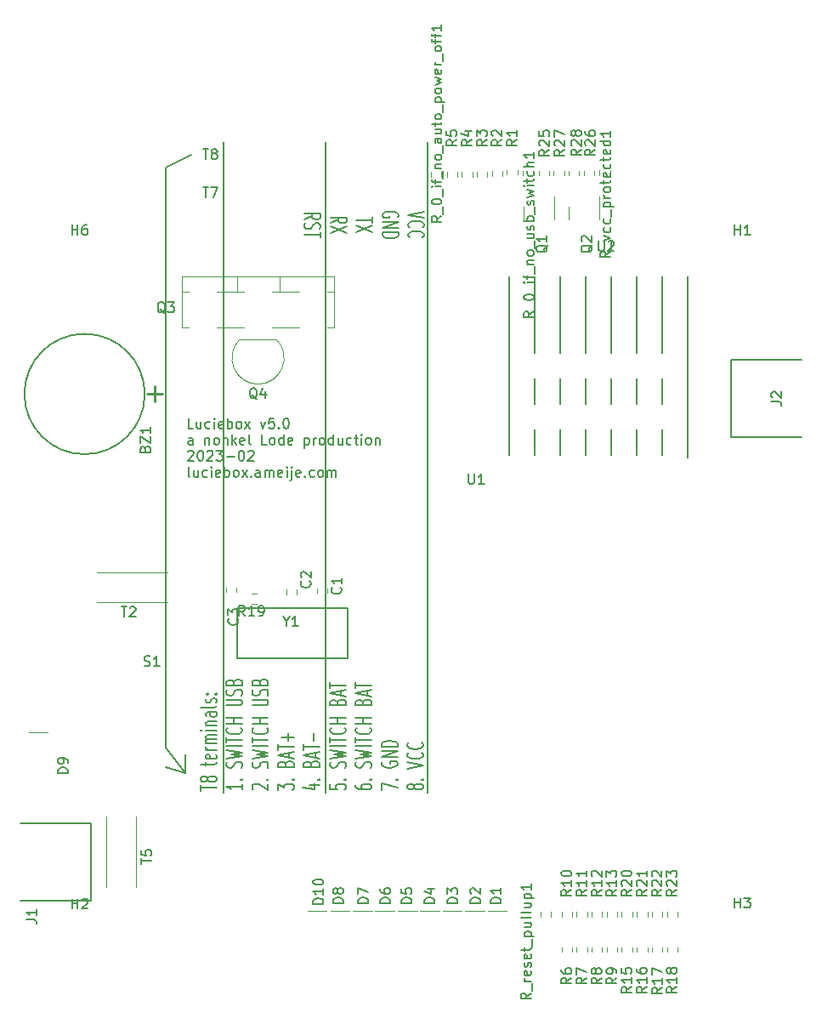
<source format=gbr>
%TF.GenerationSoftware,KiCad,Pcbnew,(6.0.0)*%
%TF.CreationDate,2023-02-05T23:32:21-08:00*%
%TF.ProjectId,Luciebox_v5,4c756369-6562-46f7-985f-76352e6b6963,rev?*%
%TF.SameCoordinates,Original*%
%TF.FileFunction,Legend,Top*%
%TF.FilePolarity,Positive*%
%FSLAX46Y46*%
G04 Gerber Fmt 4.6, Leading zero omitted, Abs format (unit mm)*
G04 Created by KiCad (PCBNEW (6.0.0)) date 2023-02-05 23:32:21*
%MOMM*%
%LPD*%
G01*
G04 APERTURE LIST*
%ADD10C,0.150000*%
%ADD11C,0.254000*%
%ADD12C,0.120000*%
G04 APERTURE END LIST*
D10*
X58940700Y-25425400D02*
X58940700Y-27965400D01*
X61480700Y-15265400D02*
X61480700Y-22885400D01*
X51320700Y-30505400D02*
X51320700Y-33045400D01*
X48780700Y-15519400D02*
X48780700Y-15265400D01*
X17145000Y-3175000D02*
X14605000Y-4445000D01*
X51320700Y-15265400D02*
X51320700Y-22885400D01*
X16510000Y-64770000D02*
X14605000Y-64135000D01*
X16510000Y-64770000D02*
X16510000Y-62865000D01*
X53860700Y-15265400D02*
X53860700Y-22885400D01*
X14605000Y-4445000D02*
X14605000Y-62230000D01*
X66560700Y-33299400D02*
X66560700Y-15265400D01*
X40640000Y-1905000D02*
X40640000Y-66675000D01*
X56400700Y-25425400D02*
X56400700Y-27965400D01*
X61480700Y-25425400D02*
X61480700Y-27965400D01*
X64020700Y-25425400D02*
X64020700Y-27965400D01*
X53860700Y-25425400D02*
X53860700Y-27965400D01*
X14605000Y-62230000D02*
X16510000Y-64770000D01*
X30480000Y-1905000D02*
X30480000Y-66675000D01*
X58940700Y-15265400D02*
X58940700Y-22885400D01*
X61480700Y-30505400D02*
X61480700Y-33045400D01*
X20320000Y-1905000D02*
X20320000Y-66675000D01*
X64020700Y-15265400D02*
X64020700Y-22885400D01*
X58940700Y-30505400D02*
X58940700Y-33045400D01*
X53860700Y-30505400D02*
X53860700Y-33045400D01*
X48780700Y-33045400D02*
X48780700Y-15519400D01*
X56400700Y-15265400D02*
X56400700Y-22885400D01*
X51320700Y-25425400D02*
X51320700Y-27965400D01*
X56400700Y-30505400D02*
X56400700Y-33045400D01*
X64020700Y-30505400D02*
X64020700Y-33045400D01*
X17321785Y-30422380D02*
X16845595Y-30422380D01*
X16845595Y-29422380D01*
X18083690Y-29755714D02*
X18083690Y-30422380D01*
X17655119Y-29755714D02*
X17655119Y-30279523D01*
X17702738Y-30374761D01*
X17797976Y-30422380D01*
X17940833Y-30422380D01*
X18036071Y-30374761D01*
X18083690Y-30327142D01*
X18988452Y-30374761D02*
X18893214Y-30422380D01*
X18702738Y-30422380D01*
X18607500Y-30374761D01*
X18559880Y-30327142D01*
X18512261Y-30231904D01*
X18512261Y-29946190D01*
X18559880Y-29850952D01*
X18607500Y-29803333D01*
X18702738Y-29755714D01*
X18893214Y-29755714D01*
X18988452Y-29803333D01*
X19417023Y-30422380D02*
X19417023Y-29755714D01*
X19417023Y-29422380D02*
X19369404Y-29470000D01*
X19417023Y-29517619D01*
X19464642Y-29470000D01*
X19417023Y-29422380D01*
X19417023Y-29517619D01*
X20274166Y-30374761D02*
X20178928Y-30422380D01*
X19988452Y-30422380D01*
X19893214Y-30374761D01*
X19845595Y-30279523D01*
X19845595Y-29898571D01*
X19893214Y-29803333D01*
X19988452Y-29755714D01*
X20178928Y-29755714D01*
X20274166Y-29803333D01*
X20321785Y-29898571D01*
X20321785Y-29993809D01*
X19845595Y-30089047D01*
X20750357Y-30422380D02*
X20750357Y-29422380D01*
X20750357Y-29803333D02*
X20845595Y-29755714D01*
X21036071Y-29755714D01*
X21131309Y-29803333D01*
X21178928Y-29850952D01*
X21226547Y-29946190D01*
X21226547Y-30231904D01*
X21178928Y-30327142D01*
X21131309Y-30374761D01*
X21036071Y-30422380D01*
X20845595Y-30422380D01*
X20750357Y-30374761D01*
X21797976Y-30422380D02*
X21702738Y-30374761D01*
X21655119Y-30327142D01*
X21607500Y-30231904D01*
X21607500Y-29946190D01*
X21655119Y-29850952D01*
X21702738Y-29803333D01*
X21797976Y-29755714D01*
X21940833Y-29755714D01*
X22036071Y-29803333D01*
X22083690Y-29850952D01*
X22131309Y-29946190D01*
X22131309Y-30231904D01*
X22083690Y-30327142D01*
X22036071Y-30374761D01*
X21940833Y-30422380D01*
X21797976Y-30422380D01*
X22464642Y-30422380D02*
X22988452Y-29755714D01*
X22464642Y-29755714D02*
X22988452Y-30422380D01*
X24036071Y-29755714D02*
X24274166Y-30422380D01*
X24512261Y-29755714D01*
X25369404Y-29422380D02*
X24893214Y-29422380D01*
X24845595Y-29898571D01*
X24893214Y-29850952D01*
X24988452Y-29803333D01*
X25226547Y-29803333D01*
X25321785Y-29850952D01*
X25369404Y-29898571D01*
X25417023Y-29993809D01*
X25417023Y-30231904D01*
X25369404Y-30327142D01*
X25321785Y-30374761D01*
X25226547Y-30422380D01*
X24988452Y-30422380D01*
X24893214Y-30374761D01*
X24845595Y-30327142D01*
X25845595Y-30327142D02*
X25893214Y-30374761D01*
X25845595Y-30422380D01*
X25797976Y-30374761D01*
X25845595Y-30327142D01*
X25845595Y-30422380D01*
X26512261Y-29422380D02*
X26607500Y-29422380D01*
X26702738Y-29470000D01*
X26750357Y-29517619D01*
X26797976Y-29612857D01*
X26845595Y-29803333D01*
X26845595Y-30041428D01*
X26797976Y-30231904D01*
X26750357Y-30327142D01*
X26702738Y-30374761D01*
X26607500Y-30422380D01*
X26512261Y-30422380D01*
X26417023Y-30374761D01*
X26369404Y-30327142D01*
X26321785Y-30231904D01*
X26274166Y-30041428D01*
X26274166Y-29803333D01*
X26321785Y-29612857D01*
X26369404Y-29517619D01*
X26417023Y-29470000D01*
X26512261Y-29422380D01*
X17274166Y-32032380D02*
X17274166Y-31508571D01*
X17226547Y-31413333D01*
X17131309Y-31365714D01*
X16940833Y-31365714D01*
X16845595Y-31413333D01*
X17274166Y-31984761D02*
X17178928Y-32032380D01*
X16940833Y-32032380D01*
X16845595Y-31984761D01*
X16797976Y-31889523D01*
X16797976Y-31794285D01*
X16845595Y-31699047D01*
X16940833Y-31651428D01*
X17178928Y-31651428D01*
X17274166Y-31603809D01*
X18512261Y-31365714D02*
X18512261Y-32032380D01*
X18512261Y-31460952D02*
X18559880Y-31413333D01*
X18655119Y-31365714D01*
X18797976Y-31365714D01*
X18893214Y-31413333D01*
X18940833Y-31508571D01*
X18940833Y-32032380D01*
X19559880Y-32032380D02*
X19464642Y-31984761D01*
X19417023Y-31937142D01*
X19369404Y-31841904D01*
X19369404Y-31556190D01*
X19417023Y-31460952D01*
X19464642Y-31413333D01*
X19559880Y-31365714D01*
X19702738Y-31365714D01*
X19797976Y-31413333D01*
X19845595Y-31460952D01*
X19893214Y-31556190D01*
X19893214Y-31841904D01*
X19845595Y-31937142D01*
X19797976Y-31984761D01*
X19702738Y-32032380D01*
X19559880Y-32032380D01*
X20321785Y-31365714D02*
X20321785Y-32032380D01*
X20321785Y-31460952D02*
X20369404Y-31413333D01*
X20464642Y-31365714D01*
X20607500Y-31365714D01*
X20702738Y-31413333D01*
X20750357Y-31508571D01*
X20750357Y-32032380D01*
X21226547Y-32032380D02*
X21226547Y-31032380D01*
X21321785Y-31651428D02*
X21607500Y-32032380D01*
X21607500Y-31365714D02*
X21226547Y-31746666D01*
X22417023Y-31984761D02*
X22321785Y-32032380D01*
X22131309Y-32032380D01*
X22036071Y-31984761D01*
X21988452Y-31889523D01*
X21988452Y-31508571D01*
X22036071Y-31413333D01*
X22131309Y-31365714D01*
X22321785Y-31365714D01*
X22417023Y-31413333D01*
X22464642Y-31508571D01*
X22464642Y-31603809D01*
X21988452Y-31699047D01*
X23036071Y-32032380D02*
X22940833Y-31984761D01*
X22893214Y-31889523D01*
X22893214Y-31032380D01*
X24655119Y-32032380D02*
X24178928Y-32032380D01*
X24178928Y-31032380D01*
X25131309Y-32032380D02*
X25036071Y-31984761D01*
X24988452Y-31937142D01*
X24940833Y-31841904D01*
X24940833Y-31556190D01*
X24988452Y-31460952D01*
X25036071Y-31413333D01*
X25131309Y-31365714D01*
X25274166Y-31365714D01*
X25369404Y-31413333D01*
X25417023Y-31460952D01*
X25464642Y-31556190D01*
X25464642Y-31841904D01*
X25417023Y-31937142D01*
X25369404Y-31984761D01*
X25274166Y-32032380D01*
X25131309Y-32032380D01*
X26321785Y-32032380D02*
X26321785Y-31032380D01*
X26321785Y-31984761D02*
X26226547Y-32032380D01*
X26036071Y-32032380D01*
X25940833Y-31984761D01*
X25893214Y-31937142D01*
X25845595Y-31841904D01*
X25845595Y-31556190D01*
X25893214Y-31460952D01*
X25940833Y-31413333D01*
X26036071Y-31365714D01*
X26226547Y-31365714D01*
X26321785Y-31413333D01*
X27178928Y-31984761D02*
X27083690Y-32032380D01*
X26893214Y-32032380D01*
X26797976Y-31984761D01*
X26750357Y-31889523D01*
X26750357Y-31508571D01*
X26797976Y-31413333D01*
X26893214Y-31365714D01*
X27083690Y-31365714D01*
X27178928Y-31413333D01*
X27226547Y-31508571D01*
X27226547Y-31603809D01*
X26750357Y-31699047D01*
X28417023Y-31365714D02*
X28417023Y-32365714D01*
X28417023Y-31413333D02*
X28512261Y-31365714D01*
X28702738Y-31365714D01*
X28797976Y-31413333D01*
X28845595Y-31460952D01*
X28893214Y-31556190D01*
X28893214Y-31841904D01*
X28845595Y-31937142D01*
X28797976Y-31984761D01*
X28702738Y-32032380D01*
X28512261Y-32032380D01*
X28417023Y-31984761D01*
X29321785Y-32032380D02*
X29321785Y-31365714D01*
X29321785Y-31556190D02*
X29369404Y-31460952D01*
X29417023Y-31413333D01*
X29512261Y-31365714D01*
X29607500Y-31365714D01*
X30083690Y-32032380D02*
X29988452Y-31984761D01*
X29940833Y-31937142D01*
X29893214Y-31841904D01*
X29893214Y-31556190D01*
X29940833Y-31460952D01*
X29988452Y-31413333D01*
X30083690Y-31365714D01*
X30226547Y-31365714D01*
X30321785Y-31413333D01*
X30369404Y-31460952D01*
X30417023Y-31556190D01*
X30417023Y-31841904D01*
X30369404Y-31937142D01*
X30321785Y-31984761D01*
X30226547Y-32032380D01*
X30083690Y-32032380D01*
X31274166Y-32032380D02*
X31274166Y-31032380D01*
X31274166Y-31984761D02*
X31178928Y-32032380D01*
X30988452Y-32032380D01*
X30893214Y-31984761D01*
X30845595Y-31937142D01*
X30797976Y-31841904D01*
X30797976Y-31556190D01*
X30845595Y-31460952D01*
X30893214Y-31413333D01*
X30988452Y-31365714D01*
X31178928Y-31365714D01*
X31274166Y-31413333D01*
X32178928Y-31365714D02*
X32178928Y-32032380D01*
X31750357Y-31365714D02*
X31750357Y-31889523D01*
X31797976Y-31984761D01*
X31893214Y-32032380D01*
X32036071Y-32032380D01*
X32131309Y-31984761D01*
X32178928Y-31937142D01*
X33083690Y-31984761D02*
X32988452Y-32032380D01*
X32797976Y-32032380D01*
X32702738Y-31984761D01*
X32655119Y-31937142D01*
X32607500Y-31841904D01*
X32607500Y-31556190D01*
X32655119Y-31460952D01*
X32702738Y-31413333D01*
X32797976Y-31365714D01*
X32988452Y-31365714D01*
X33083690Y-31413333D01*
X33369404Y-31365714D02*
X33750357Y-31365714D01*
X33512261Y-31032380D02*
X33512261Y-31889523D01*
X33559880Y-31984761D01*
X33655119Y-32032380D01*
X33750357Y-32032380D01*
X34083690Y-32032380D02*
X34083690Y-31365714D01*
X34083690Y-31032380D02*
X34036071Y-31080000D01*
X34083690Y-31127619D01*
X34131309Y-31080000D01*
X34083690Y-31032380D01*
X34083690Y-31127619D01*
X34702738Y-32032380D02*
X34607500Y-31984761D01*
X34559880Y-31937142D01*
X34512261Y-31841904D01*
X34512261Y-31556190D01*
X34559880Y-31460952D01*
X34607500Y-31413333D01*
X34702738Y-31365714D01*
X34845595Y-31365714D01*
X34940833Y-31413333D01*
X34988452Y-31460952D01*
X35036071Y-31556190D01*
X35036071Y-31841904D01*
X34988452Y-31937142D01*
X34940833Y-31984761D01*
X34845595Y-32032380D01*
X34702738Y-32032380D01*
X35464642Y-31365714D02*
X35464642Y-32032380D01*
X35464642Y-31460952D02*
X35512261Y-31413333D01*
X35607500Y-31365714D01*
X35750357Y-31365714D01*
X35845595Y-31413333D01*
X35893214Y-31508571D01*
X35893214Y-32032380D01*
X16797976Y-32737619D02*
X16845595Y-32690000D01*
X16940833Y-32642380D01*
X17178928Y-32642380D01*
X17274166Y-32690000D01*
X17321785Y-32737619D01*
X17369404Y-32832857D01*
X17369404Y-32928095D01*
X17321785Y-33070952D01*
X16750357Y-33642380D01*
X17369404Y-33642380D01*
X17988452Y-32642380D02*
X18083690Y-32642380D01*
X18178928Y-32690000D01*
X18226547Y-32737619D01*
X18274166Y-32832857D01*
X18321785Y-33023333D01*
X18321785Y-33261428D01*
X18274166Y-33451904D01*
X18226547Y-33547142D01*
X18178928Y-33594761D01*
X18083690Y-33642380D01*
X17988452Y-33642380D01*
X17893214Y-33594761D01*
X17845595Y-33547142D01*
X17797976Y-33451904D01*
X17750357Y-33261428D01*
X17750357Y-33023333D01*
X17797976Y-32832857D01*
X17845595Y-32737619D01*
X17893214Y-32690000D01*
X17988452Y-32642380D01*
X18702738Y-32737619D02*
X18750357Y-32690000D01*
X18845595Y-32642380D01*
X19083690Y-32642380D01*
X19178928Y-32690000D01*
X19226547Y-32737619D01*
X19274166Y-32832857D01*
X19274166Y-32928095D01*
X19226547Y-33070952D01*
X18655119Y-33642380D01*
X19274166Y-33642380D01*
X19607500Y-32642380D02*
X20226547Y-32642380D01*
X19893214Y-33023333D01*
X20036071Y-33023333D01*
X20131309Y-33070952D01*
X20178928Y-33118571D01*
X20226547Y-33213809D01*
X20226547Y-33451904D01*
X20178928Y-33547142D01*
X20131309Y-33594761D01*
X20036071Y-33642380D01*
X19750357Y-33642380D01*
X19655119Y-33594761D01*
X19607500Y-33547142D01*
X20655119Y-33261428D02*
X21417023Y-33261428D01*
X22083690Y-32642380D02*
X22178928Y-32642380D01*
X22274166Y-32690000D01*
X22321785Y-32737619D01*
X22369404Y-32832857D01*
X22417023Y-33023333D01*
X22417023Y-33261428D01*
X22369404Y-33451904D01*
X22321785Y-33547142D01*
X22274166Y-33594761D01*
X22178928Y-33642380D01*
X22083690Y-33642380D01*
X21988452Y-33594761D01*
X21940833Y-33547142D01*
X21893214Y-33451904D01*
X21845595Y-33261428D01*
X21845595Y-33023333D01*
X21893214Y-32832857D01*
X21940833Y-32737619D01*
X21988452Y-32690000D01*
X22083690Y-32642380D01*
X22797976Y-32737619D02*
X22845595Y-32690000D01*
X22940833Y-32642380D01*
X23178928Y-32642380D01*
X23274166Y-32690000D01*
X23321785Y-32737619D01*
X23369404Y-32832857D01*
X23369404Y-32928095D01*
X23321785Y-33070952D01*
X22750357Y-33642380D01*
X23369404Y-33642380D01*
X16988452Y-35252380D02*
X16893214Y-35204761D01*
X16845595Y-35109523D01*
X16845595Y-34252380D01*
X17797976Y-34585714D02*
X17797976Y-35252380D01*
X17369404Y-34585714D02*
X17369404Y-35109523D01*
X17417023Y-35204761D01*
X17512261Y-35252380D01*
X17655119Y-35252380D01*
X17750357Y-35204761D01*
X17797976Y-35157142D01*
X18702738Y-35204761D02*
X18607500Y-35252380D01*
X18417023Y-35252380D01*
X18321785Y-35204761D01*
X18274166Y-35157142D01*
X18226547Y-35061904D01*
X18226547Y-34776190D01*
X18274166Y-34680952D01*
X18321785Y-34633333D01*
X18417023Y-34585714D01*
X18607500Y-34585714D01*
X18702738Y-34633333D01*
X19131309Y-35252380D02*
X19131309Y-34585714D01*
X19131309Y-34252380D02*
X19083690Y-34300000D01*
X19131309Y-34347619D01*
X19178928Y-34300000D01*
X19131309Y-34252380D01*
X19131309Y-34347619D01*
X19988452Y-35204761D02*
X19893214Y-35252380D01*
X19702738Y-35252380D01*
X19607500Y-35204761D01*
X19559880Y-35109523D01*
X19559880Y-34728571D01*
X19607500Y-34633333D01*
X19702738Y-34585714D01*
X19893214Y-34585714D01*
X19988452Y-34633333D01*
X20036071Y-34728571D01*
X20036071Y-34823809D01*
X19559880Y-34919047D01*
X20464642Y-35252380D02*
X20464642Y-34252380D01*
X20464642Y-34633333D02*
X20559880Y-34585714D01*
X20750357Y-34585714D01*
X20845595Y-34633333D01*
X20893214Y-34680952D01*
X20940833Y-34776190D01*
X20940833Y-35061904D01*
X20893214Y-35157142D01*
X20845595Y-35204761D01*
X20750357Y-35252380D01*
X20559880Y-35252380D01*
X20464642Y-35204761D01*
X21512261Y-35252380D02*
X21417023Y-35204761D01*
X21369404Y-35157142D01*
X21321785Y-35061904D01*
X21321785Y-34776190D01*
X21369404Y-34680952D01*
X21417023Y-34633333D01*
X21512261Y-34585714D01*
X21655119Y-34585714D01*
X21750357Y-34633333D01*
X21797976Y-34680952D01*
X21845595Y-34776190D01*
X21845595Y-35061904D01*
X21797976Y-35157142D01*
X21750357Y-35204761D01*
X21655119Y-35252380D01*
X21512261Y-35252380D01*
X22178928Y-35252380D02*
X22702738Y-34585714D01*
X22178928Y-34585714D02*
X22702738Y-35252380D01*
X23083690Y-35157142D02*
X23131309Y-35204761D01*
X23083690Y-35252380D01*
X23036071Y-35204761D01*
X23083690Y-35157142D01*
X23083690Y-35252380D01*
X23988452Y-35252380D02*
X23988452Y-34728571D01*
X23940833Y-34633333D01*
X23845595Y-34585714D01*
X23655119Y-34585714D01*
X23559880Y-34633333D01*
X23988452Y-35204761D02*
X23893214Y-35252380D01*
X23655119Y-35252380D01*
X23559880Y-35204761D01*
X23512261Y-35109523D01*
X23512261Y-35014285D01*
X23559880Y-34919047D01*
X23655119Y-34871428D01*
X23893214Y-34871428D01*
X23988452Y-34823809D01*
X24464642Y-35252380D02*
X24464642Y-34585714D01*
X24464642Y-34680952D02*
X24512261Y-34633333D01*
X24607500Y-34585714D01*
X24750357Y-34585714D01*
X24845595Y-34633333D01*
X24893214Y-34728571D01*
X24893214Y-35252380D01*
X24893214Y-34728571D02*
X24940833Y-34633333D01*
X25036071Y-34585714D01*
X25178928Y-34585714D01*
X25274166Y-34633333D01*
X25321785Y-34728571D01*
X25321785Y-35252380D01*
X26178928Y-35204761D02*
X26083690Y-35252380D01*
X25893214Y-35252380D01*
X25797976Y-35204761D01*
X25750357Y-35109523D01*
X25750357Y-34728571D01*
X25797976Y-34633333D01*
X25893214Y-34585714D01*
X26083690Y-34585714D01*
X26178928Y-34633333D01*
X26226547Y-34728571D01*
X26226547Y-34823809D01*
X25750357Y-34919047D01*
X26655119Y-35252380D02*
X26655119Y-34585714D01*
X26655119Y-34252380D02*
X26607500Y-34300000D01*
X26655119Y-34347619D01*
X26702738Y-34300000D01*
X26655119Y-34252380D01*
X26655119Y-34347619D01*
X27131309Y-34585714D02*
X27131309Y-35442857D01*
X27083690Y-35538095D01*
X26988452Y-35585714D01*
X26940833Y-35585714D01*
X27131309Y-34252380D02*
X27083690Y-34300000D01*
X27131309Y-34347619D01*
X27178928Y-34300000D01*
X27131309Y-34252380D01*
X27131309Y-34347619D01*
X27988452Y-35204761D02*
X27893214Y-35252380D01*
X27702738Y-35252380D01*
X27607500Y-35204761D01*
X27559880Y-35109523D01*
X27559880Y-34728571D01*
X27607500Y-34633333D01*
X27702738Y-34585714D01*
X27893214Y-34585714D01*
X27988452Y-34633333D01*
X28036071Y-34728571D01*
X28036071Y-34823809D01*
X27559880Y-34919047D01*
X28464642Y-35157142D02*
X28512261Y-35204761D01*
X28464642Y-35252380D01*
X28417023Y-35204761D01*
X28464642Y-35157142D01*
X28464642Y-35252380D01*
X29369404Y-35204761D02*
X29274166Y-35252380D01*
X29083690Y-35252380D01*
X28988452Y-35204761D01*
X28940833Y-35157142D01*
X28893214Y-35061904D01*
X28893214Y-34776190D01*
X28940833Y-34680952D01*
X28988452Y-34633333D01*
X29083690Y-34585714D01*
X29274166Y-34585714D01*
X29369404Y-34633333D01*
X29940833Y-35252380D02*
X29845595Y-35204761D01*
X29797976Y-35157142D01*
X29750357Y-35061904D01*
X29750357Y-34776190D01*
X29797976Y-34680952D01*
X29845595Y-34633333D01*
X29940833Y-34585714D01*
X30083690Y-34585714D01*
X30178928Y-34633333D01*
X30226547Y-34680952D01*
X30274166Y-34776190D01*
X30274166Y-35061904D01*
X30226547Y-35157142D01*
X30178928Y-35204761D01*
X30083690Y-35252380D01*
X29940833Y-35252380D01*
X30702738Y-35252380D02*
X30702738Y-34585714D01*
X30702738Y-34680952D02*
X30750357Y-34633333D01*
X30845595Y-34585714D01*
X30988452Y-34585714D01*
X31083690Y-34633333D01*
X31131309Y-34728571D01*
X31131309Y-35252380D01*
X31131309Y-34728571D02*
X31178928Y-34633333D01*
X31274166Y-34585714D01*
X31417023Y-34585714D01*
X31512261Y-34633333D01*
X31559880Y-34728571D01*
X31559880Y-35252380D01*
X18029809Y-66482261D02*
X18029809Y-65910833D01*
X19629809Y-66196547D02*
X18029809Y-66196547D01*
X18715523Y-65434642D02*
X18639333Y-65529880D01*
X18563142Y-65577500D01*
X18410761Y-65625119D01*
X18334571Y-65625119D01*
X18182190Y-65577500D01*
X18106000Y-65529880D01*
X18029809Y-65434642D01*
X18029809Y-65244166D01*
X18106000Y-65148928D01*
X18182190Y-65101309D01*
X18334571Y-65053690D01*
X18410761Y-65053690D01*
X18563142Y-65101309D01*
X18639333Y-65148928D01*
X18715523Y-65244166D01*
X18715523Y-65434642D01*
X18791714Y-65529880D01*
X18867904Y-65577500D01*
X19020285Y-65625119D01*
X19325047Y-65625119D01*
X19477428Y-65577500D01*
X19553619Y-65529880D01*
X19629809Y-65434642D01*
X19629809Y-65244166D01*
X19553619Y-65148928D01*
X19477428Y-65101309D01*
X19325047Y-65053690D01*
X19020285Y-65053690D01*
X18867904Y-65101309D01*
X18791714Y-65148928D01*
X18715523Y-65244166D01*
X18563142Y-64006071D02*
X18563142Y-63625119D01*
X18029809Y-63863214D02*
X19401238Y-63863214D01*
X19553619Y-63815595D01*
X19629809Y-63720357D01*
X19629809Y-63625119D01*
X19553619Y-62910833D02*
X19629809Y-63006071D01*
X19629809Y-63196547D01*
X19553619Y-63291785D01*
X19401238Y-63339404D01*
X18791714Y-63339404D01*
X18639333Y-63291785D01*
X18563142Y-63196547D01*
X18563142Y-63006071D01*
X18639333Y-62910833D01*
X18791714Y-62863214D01*
X18944095Y-62863214D01*
X19096476Y-63339404D01*
X19629809Y-62434642D02*
X18563142Y-62434642D01*
X18867904Y-62434642D02*
X18715523Y-62387023D01*
X18639333Y-62339404D01*
X18563142Y-62244166D01*
X18563142Y-62148928D01*
X19629809Y-61815595D02*
X18563142Y-61815595D01*
X18715523Y-61815595D02*
X18639333Y-61767976D01*
X18563142Y-61672738D01*
X18563142Y-61529880D01*
X18639333Y-61434642D01*
X18791714Y-61387023D01*
X19629809Y-61387023D01*
X18791714Y-61387023D02*
X18639333Y-61339404D01*
X18563142Y-61244166D01*
X18563142Y-61101309D01*
X18639333Y-61006071D01*
X18791714Y-60958452D01*
X19629809Y-60958452D01*
X19629809Y-60482261D02*
X18563142Y-60482261D01*
X18029809Y-60482261D02*
X18106000Y-60529880D01*
X18182190Y-60482261D01*
X18106000Y-60434642D01*
X18029809Y-60482261D01*
X18182190Y-60482261D01*
X18563142Y-60006071D02*
X19629809Y-60006071D01*
X18715523Y-60006071D02*
X18639333Y-59958452D01*
X18563142Y-59863214D01*
X18563142Y-59720357D01*
X18639333Y-59625119D01*
X18791714Y-59577500D01*
X19629809Y-59577500D01*
X19629809Y-58672738D02*
X18791714Y-58672738D01*
X18639333Y-58720357D01*
X18563142Y-58815595D01*
X18563142Y-59006071D01*
X18639333Y-59101309D01*
X19553619Y-58672738D02*
X19629809Y-58767976D01*
X19629809Y-59006071D01*
X19553619Y-59101309D01*
X19401238Y-59148928D01*
X19248857Y-59148928D01*
X19096476Y-59101309D01*
X19020285Y-59006071D01*
X19020285Y-58767976D01*
X18944095Y-58672738D01*
X19629809Y-58053690D02*
X19553619Y-58148928D01*
X19401238Y-58196547D01*
X18029809Y-58196547D01*
X19553619Y-57720357D02*
X19629809Y-57625119D01*
X19629809Y-57434642D01*
X19553619Y-57339404D01*
X19401238Y-57291785D01*
X19325047Y-57291785D01*
X19172666Y-57339404D01*
X19096476Y-57434642D01*
X19096476Y-57577500D01*
X19020285Y-57672738D01*
X18867904Y-57720357D01*
X18791714Y-57720357D01*
X18639333Y-57672738D01*
X18563142Y-57577500D01*
X18563142Y-57434642D01*
X18639333Y-57339404D01*
X19477428Y-56863214D02*
X19553619Y-56815595D01*
X19629809Y-56863214D01*
X19553619Y-56910833D01*
X19477428Y-56863214D01*
X19629809Y-56863214D01*
X18639333Y-56863214D02*
X18715523Y-56815595D01*
X18791714Y-56863214D01*
X18715523Y-56910833D01*
X18639333Y-56863214D01*
X18791714Y-56863214D01*
X22205809Y-65815595D02*
X22205809Y-66387023D01*
X22205809Y-66101309D02*
X20605809Y-66101309D01*
X20834380Y-66196547D01*
X20986761Y-66291785D01*
X21062952Y-66387023D01*
X22053428Y-65387023D02*
X22129619Y-65339404D01*
X22205809Y-65387023D01*
X22129619Y-65434642D01*
X22053428Y-65387023D01*
X22205809Y-65387023D01*
X22129619Y-64196547D02*
X22205809Y-64053690D01*
X22205809Y-63815595D01*
X22129619Y-63720357D01*
X22053428Y-63672738D01*
X21901047Y-63625119D01*
X21748666Y-63625119D01*
X21596285Y-63672738D01*
X21520095Y-63720357D01*
X21443904Y-63815595D01*
X21367714Y-64006071D01*
X21291523Y-64101309D01*
X21215333Y-64148928D01*
X21062952Y-64196547D01*
X20910571Y-64196547D01*
X20758190Y-64148928D01*
X20682000Y-64101309D01*
X20605809Y-64006071D01*
X20605809Y-63767976D01*
X20682000Y-63625119D01*
X20605809Y-63291785D02*
X22205809Y-63053690D01*
X21062952Y-62863214D01*
X22205809Y-62672738D01*
X20605809Y-62434642D01*
X22205809Y-62053690D02*
X20605809Y-62053690D01*
X20605809Y-61720357D02*
X20605809Y-61148928D01*
X22205809Y-61434642D02*
X20605809Y-61434642D01*
X22053428Y-60244166D02*
X22129619Y-60291785D01*
X22205809Y-60434642D01*
X22205809Y-60529880D01*
X22129619Y-60672738D01*
X21977238Y-60767976D01*
X21824857Y-60815595D01*
X21520095Y-60863214D01*
X21291523Y-60863214D01*
X20986761Y-60815595D01*
X20834380Y-60767976D01*
X20682000Y-60672738D01*
X20605809Y-60529880D01*
X20605809Y-60434642D01*
X20682000Y-60291785D01*
X20758190Y-60244166D01*
X22205809Y-59815595D02*
X20605809Y-59815595D01*
X21367714Y-59815595D02*
X21367714Y-59244166D01*
X22205809Y-59244166D02*
X20605809Y-59244166D01*
X20605809Y-58006071D02*
X21901047Y-58006071D01*
X22053428Y-57958452D01*
X22129619Y-57910833D01*
X22205809Y-57815595D01*
X22205809Y-57625119D01*
X22129619Y-57529880D01*
X22053428Y-57482261D01*
X21901047Y-57434642D01*
X20605809Y-57434642D01*
X22129619Y-57006071D02*
X22205809Y-56863214D01*
X22205809Y-56625119D01*
X22129619Y-56529880D01*
X22053428Y-56482261D01*
X21901047Y-56434642D01*
X21748666Y-56434642D01*
X21596285Y-56482261D01*
X21520095Y-56529880D01*
X21443904Y-56625119D01*
X21367714Y-56815595D01*
X21291523Y-56910833D01*
X21215333Y-56958452D01*
X21062952Y-57006071D01*
X20910571Y-57006071D01*
X20758190Y-56958452D01*
X20682000Y-56910833D01*
X20605809Y-56815595D01*
X20605809Y-56577500D01*
X20682000Y-56434642D01*
X21367714Y-55672738D02*
X21443904Y-55529880D01*
X21520095Y-55482261D01*
X21672476Y-55434642D01*
X21901047Y-55434642D01*
X22053428Y-55482261D01*
X22129619Y-55529880D01*
X22205809Y-55625119D01*
X22205809Y-56006071D01*
X20605809Y-56006071D01*
X20605809Y-55672738D01*
X20682000Y-55577500D01*
X20758190Y-55529880D01*
X20910571Y-55482261D01*
X21062952Y-55482261D01*
X21215333Y-55529880D01*
X21291523Y-55577500D01*
X21367714Y-55672738D01*
X21367714Y-56006071D01*
X23334190Y-66387023D02*
X23258000Y-66339404D01*
X23181809Y-66244166D01*
X23181809Y-66006071D01*
X23258000Y-65910833D01*
X23334190Y-65863214D01*
X23486571Y-65815595D01*
X23638952Y-65815595D01*
X23867523Y-65863214D01*
X24781809Y-66434642D01*
X24781809Y-65815595D01*
X24629428Y-65387023D02*
X24705619Y-65339404D01*
X24781809Y-65387023D01*
X24705619Y-65434642D01*
X24629428Y-65387023D01*
X24781809Y-65387023D01*
X24705619Y-64196547D02*
X24781809Y-64053690D01*
X24781809Y-63815595D01*
X24705619Y-63720357D01*
X24629428Y-63672738D01*
X24477047Y-63625119D01*
X24324666Y-63625119D01*
X24172285Y-63672738D01*
X24096095Y-63720357D01*
X24019904Y-63815595D01*
X23943714Y-64006071D01*
X23867523Y-64101309D01*
X23791333Y-64148928D01*
X23638952Y-64196547D01*
X23486571Y-64196547D01*
X23334190Y-64148928D01*
X23258000Y-64101309D01*
X23181809Y-64006071D01*
X23181809Y-63767976D01*
X23258000Y-63625119D01*
X23181809Y-63291785D02*
X24781809Y-63053690D01*
X23638952Y-62863214D01*
X24781809Y-62672738D01*
X23181809Y-62434642D01*
X24781809Y-62053690D02*
X23181809Y-62053690D01*
X23181809Y-61720357D02*
X23181809Y-61148928D01*
X24781809Y-61434642D02*
X23181809Y-61434642D01*
X24629428Y-60244166D02*
X24705619Y-60291785D01*
X24781809Y-60434642D01*
X24781809Y-60529880D01*
X24705619Y-60672738D01*
X24553238Y-60767976D01*
X24400857Y-60815595D01*
X24096095Y-60863214D01*
X23867523Y-60863214D01*
X23562761Y-60815595D01*
X23410380Y-60767976D01*
X23258000Y-60672738D01*
X23181809Y-60529880D01*
X23181809Y-60434642D01*
X23258000Y-60291785D01*
X23334190Y-60244166D01*
X24781809Y-59815595D02*
X23181809Y-59815595D01*
X23943714Y-59815595D02*
X23943714Y-59244166D01*
X24781809Y-59244166D02*
X23181809Y-59244166D01*
X23181809Y-58006071D02*
X24477047Y-58006071D01*
X24629428Y-57958452D01*
X24705619Y-57910833D01*
X24781809Y-57815595D01*
X24781809Y-57625119D01*
X24705619Y-57529880D01*
X24629428Y-57482261D01*
X24477047Y-57434642D01*
X23181809Y-57434642D01*
X24705619Y-57006071D02*
X24781809Y-56863214D01*
X24781809Y-56625119D01*
X24705619Y-56529880D01*
X24629428Y-56482261D01*
X24477047Y-56434642D01*
X24324666Y-56434642D01*
X24172285Y-56482261D01*
X24096095Y-56529880D01*
X24019904Y-56625119D01*
X23943714Y-56815595D01*
X23867523Y-56910833D01*
X23791333Y-56958452D01*
X23638952Y-57006071D01*
X23486571Y-57006071D01*
X23334190Y-56958452D01*
X23258000Y-56910833D01*
X23181809Y-56815595D01*
X23181809Y-56577500D01*
X23258000Y-56434642D01*
X23943714Y-55672738D02*
X24019904Y-55529880D01*
X24096095Y-55482261D01*
X24248476Y-55434642D01*
X24477047Y-55434642D01*
X24629428Y-55482261D01*
X24705619Y-55529880D01*
X24781809Y-55625119D01*
X24781809Y-56006071D01*
X23181809Y-56006071D01*
X23181809Y-55672738D01*
X23258000Y-55577500D01*
X23334190Y-55529880D01*
X23486571Y-55482261D01*
X23638952Y-55482261D01*
X23791333Y-55529880D01*
X23867523Y-55577500D01*
X23943714Y-55672738D01*
X23943714Y-56006071D01*
X25757809Y-66434642D02*
X25757809Y-65815595D01*
X26367333Y-66148928D01*
X26367333Y-66006071D01*
X26443523Y-65910833D01*
X26519714Y-65863214D01*
X26672095Y-65815595D01*
X27053047Y-65815595D01*
X27205428Y-65863214D01*
X27281619Y-65910833D01*
X27357809Y-66006071D01*
X27357809Y-66291785D01*
X27281619Y-66387023D01*
X27205428Y-66434642D01*
X27205428Y-65387023D02*
X27281619Y-65339404D01*
X27357809Y-65387023D01*
X27281619Y-65434642D01*
X27205428Y-65387023D01*
X27357809Y-65387023D01*
X26519714Y-63815595D02*
X26595904Y-63672738D01*
X26672095Y-63625119D01*
X26824476Y-63577500D01*
X27053047Y-63577500D01*
X27205428Y-63625119D01*
X27281619Y-63672738D01*
X27357809Y-63767976D01*
X27357809Y-64148928D01*
X25757809Y-64148928D01*
X25757809Y-63815595D01*
X25834000Y-63720357D01*
X25910190Y-63672738D01*
X26062571Y-63625119D01*
X26214952Y-63625119D01*
X26367333Y-63672738D01*
X26443523Y-63720357D01*
X26519714Y-63815595D01*
X26519714Y-64148928D01*
X26900666Y-63196547D02*
X26900666Y-62720357D01*
X27357809Y-63291785D02*
X25757809Y-62958452D01*
X27357809Y-62625119D01*
X25757809Y-62434642D02*
X25757809Y-61863214D01*
X27357809Y-62148928D02*
X25757809Y-62148928D01*
X26748285Y-61529880D02*
X26748285Y-60767976D01*
X27357809Y-61148928D02*
X26138761Y-61148928D01*
X28867142Y-65910833D02*
X29933809Y-65910833D01*
X28257619Y-66148928D02*
X29400476Y-66387023D01*
X29400476Y-65767976D01*
X29781428Y-65387023D02*
X29857619Y-65339404D01*
X29933809Y-65387023D01*
X29857619Y-65434642D01*
X29781428Y-65387023D01*
X29933809Y-65387023D01*
X29095714Y-63815595D02*
X29171904Y-63672738D01*
X29248095Y-63625119D01*
X29400476Y-63577500D01*
X29629047Y-63577500D01*
X29781428Y-63625119D01*
X29857619Y-63672738D01*
X29933809Y-63767976D01*
X29933809Y-64148928D01*
X28333809Y-64148928D01*
X28333809Y-63815595D01*
X28410000Y-63720357D01*
X28486190Y-63672738D01*
X28638571Y-63625119D01*
X28790952Y-63625119D01*
X28943333Y-63672738D01*
X29019523Y-63720357D01*
X29095714Y-63815595D01*
X29095714Y-64148928D01*
X29476666Y-63196547D02*
X29476666Y-62720357D01*
X29933809Y-63291785D02*
X28333809Y-62958452D01*
X29933809Y-62625119D01*
X28333809Y-62434642D02*
X28333809Y-61863214D01*
X29933809Y-62148928D02*
X28333809Y-62148928D01*
X29324285Y-61529880D02*
X29324285Y-60767976D01*
X30909809Y-65863214D02*
X30909809Y-66339404D01*
X31671714Y-66387023D01*
X31595523Y-66339404D01*
X31519333Y-66244166D01*
X31519333Y-66006071D01*
X31595523Y-65910833D01*
X31671714Y-65863214D01*
X31824095Y-65815595D01*
X32205047Y-65815595D01*
X32357428Y-65863214D01*
X32433619Y-65910833D01*
X32509809Y-66006071D01*
X32509809Y-66244166D01*
X32433619Y-66339404D01*
X32357428Y-66387023D01*
X32357428Y-65387023D02*
X32433619Y-65339404D01*
X32509809Y-65387023D01*
X32433619Y-65434642D01*
X32357428Y-65387023D01*
X32509809Y-65387023D01*
X32433619Y-64196547D02*
X32509809Y-64053690D01*
X32509809Y-63815595D01*
X32433619Y-63720357D01*
X32357428Y-63672738D01*
X32205047Y-63625119D01*
X32052666Y-63625119D01*
X31900285Y-63672738D01*
X31824095Y-63720357D01*
X31747904Y-63815595D01*
X31671714Y-64006071D01*
X31595523Y-64101309D01*
X31519333Y-64148928D01*
X31366952Y-64196547D01*
X31214571Y-64196547D01*
X31062190Y-64148928D01*
X30986000Y-64101309D01*
X30909809Y-64006071D01*
X30909809Y-63767976D01*
X30986000Y-63625119D01*
X30909809Y-63291785D02*
X32509809Y-63053690D01*
X31366952Y-62863214D01*
X32509809Y-62672738D01*
X30909809Y-62434642D01*
X32509809Y-62053690D02*
X30909809Y-62053690D01*
X30909809Y-61720357D02*
X30909809Y-61148928D01*
X32509809Y-61434642D02*
X30909809Y-61434642D01*
X32357428Y-60244166D02*
X32433619Y-60291785D01*
X32509809Y-60434642D01*
X32509809Y-60529880D01*
X32433619Y-60672738D01*
X32281238Y-60767976D01*
X32128857Y-60815595D01*
X31824095Y-60863214D01*
X31595523Y-60863214D01*
X31290761Y-60815595D01*
X31138380Y-60767976D01*
X30986000Y-60672738D01*
X30909809Y-60529880D01*
X30909809Y-60434642D01*
X30986000Y-60291785D01*
X31062190Y-60244166D01*
X32509809Y-59815595D02*
X30909809Y-59815595D01*
X31671714Y-59815595D02*
X31671714Y-59244166D01*
X32509809Y-59244166D02*
X30909809Y-59244166D01*
X31671714Y-57672738D02*
X31747904Y-57529880D01*
X31824095Y-57482261D01*
X31976476Y-57434642D01*
X32205047Y-57434642D01*
X32357428Y-57482261D01*
X32433619Y-57529880D01*
X32509809Y-57625119D01*
X32509809Y-58006071D01*
X30909809Y-58006071D01*
X30909809Y-57672738D01*
X30986000Y-57577500D01*
X31062190Y-57529880D01*
X31214571Y-57482261D01*
X31366952Y-57482261D01*
X31519333Y-57529880D01*
X31595523Y-57577500D01*
X31671714Y-57672738D01*
X31671714Y-58006071D01*
X32052666Y-57053690D02*
X32052666Y-56577500D01*
X32509809Y-57148928D02*
X30909809Y-56815595D01*
X32509809Y-56482261D01*
X30909809Y-56291785D02*
X30909809Y-55720357D01*
X32509809Y-56006071D02*
X30909809Y-56006071D01*
X33485809Y-65910833D02*
X33485809Y-66101309D01*
X33562000Y-66196547D01*
X33638190Y-66244166D01*
X33866761Y-66339404D01*
X34171523Y-66387023D01*
X34781047Y-66387023D01*
X34933428Y-66339404D01*
X35009619Y-66291785D01*
X35085809Y-66196547D01*
X35085809Y-66006071D01*
X35009619Y-65910833D01*
X34933428Y-65863214D01*
X34781047Y-65815595D01*
X34400095Y-65815595D01*
X34247714Y-65863214D01*
X34171523Y-65910833D01*
X34095333Y-66006071D01*
X34095333Y-66196547D01*
X34171523Y-66291785D01*
X34247714Y-66339404D01*
X34400095Y-66387023D01*
X34933428Y-65387023D02*
X35009619Y-65339404D01*
X35085809Y-65387023D01*
X35009619Y-65434642D01*
X34933428Y-65387023D01*
X35085809Y-65387023D01*
X35009619Y-64196547D02*
X35085809Y-64053690D01*
X35085809Y-63815595D01*
X35009619Y-63720357D01*
X34933428Y-63672738D01*
X34781047Y-63625119D01*
X34628666Y-63625119D01*
X34476285Y-63672738D01*
X34400095Y-63720357D01*
X34323904Y-63815595D01*
X34247714Y-64006071D01*
X34171523Y-64101309D01*
X34095333Y-64148928D01*
X33942952Y-64196547D01*
X33790571Y-64196547D01*
X33638190Y-64148928D01*
X33562000Y-64101309D01*
X33485809Y-64006071D01*
X33485809Y-63767976D01*
X33562000Y-63625119D01*
X33485809Y-63291785D02*
X35085809Y-63053690D01*
X33942952Y-62863214D01*
X35085809Y-62672738D01*
X33485809Y-62434642D01*
X35085809Y-62053690D02*
X33485809Y-62053690D01*
X33485809Y-61720357D02*
X33485809Y-61148928D01*
X35085809Y-61434642D02*
X33485809Y-61434642D01*
X34933428Y-60244166D02*
X35009619Y-60291785D01*
X35085809Y-60434642D01*
X35085809Y-60529880D01*
X35009619Y-60672738D01*
X34857238Y-60767976D01*
X34704857Y-60815595D01*
X34400095Y-60863214D01*
X34171523Y-60863214D01*
X33866761Y-60815595D01*
X33714380Y-60767976D01*
X33562000Y-60672738D01*
X33485809Y-60529880D01*
X33485809Y-60434642D01*
X33562000Y-60291785D01*
X33638190Y-60244166D01*
X35085809Y-59815595D02*
X33485809Y-59815595D01*
X34247714Y-59815595D02*
X34247714Y-59244166D01*
X35085809Y-59244166D02*
X33485809Y-59244166D01*
X34247714Y-57672738D02*
X34323904Y-57529880D01*
X34400095Y-57482261D01*
X34552476Y-57434642D01*
X34781047Y-57434642D01*
X34933428Y-57482261D01*
X35009619Y-57529880D01*
X35085809Y-57625119D01*
X35085809Y-58006071D01*
X33485809Y-58006071D01*
X33485809Y-57672738D01*
X33562000Y-57577500D01*
X33638190Y-57529880D01*
X33790571Y-57482261D01*
X33942952Y-57482261D01*
X34095333Y-57529880D01*
X34171523Y-57577500D01*
X34247714Y-57672738D01*
X34247714Y-58006071D01*
X34628666Y-57053690D02*
X34628666Y-56577500D01*
X35085809Y-57148928D02*
X33485809Y-56815595D01*
X35085809Y-56482261D01*
X33485809Y-56291785D02*
X33485809Y-55720357D01*
X35085809Y-56006071D02*
X33485809Y-56006071D01*
X36061809Y-66434642D02*
X36061809Y-65767976D01*
X37661809Y-66196547D01*
X37509428Y-65387023D02*
X37585619Y-65339404D01*
X37661809Y-65387023D01*
X37585619Y-65434642D01*
X37509428Y-65387023D01*
X37661809Y-65387023D01*
X36138000Y-63625119D02*
X36061809Y-63720357D01*
X36061809Y-63863214D01*
X36138000Y-64006071D01*
X36290380Y-64101309D01*
X36442761Y-64148928D01*
X36747523Y-64196547D01*
X36976095Y-64196547D01*
X37280857Y-64148928D01*
X37433238Y-64101309D01*
X37585619Y-64006071D01*
X37661809Y-63863214D01*
X37661809Y-63767976D01*
X37585619Y-63625119D01*
X37509428Y-63577500D01*
X36976095Y-63577500D01*
X36976095Y-63767976D01*
X37661809Y-63148928D02*
X36061809Y-63148928D01*
X37661809Y-62577500D01*
X36061809Y-62577500D01*
X37661809Y-62101309D02*
X36061809Y-62101309D01*
X36061809Y-61863214D01*
X36138000Y-61720357D01*
X36290380Y-61625119D01*
X36442761Y-61577500D01*
X36747523Y-61529880D01*
X36976095Y-61529880D01*
X37280857Y-61577500D01*
X37433238Y-61625119D01*
X37585619Y-61720357D01*
X37661809Y-61863214D01*
X37661809Y-62101309D01*
X39323523Y-66196547D02*
X39247333Y-66291785D01*
X39171142Y-66339404D01*
X39018761Y-66387023D01*
X38942571Y-66387023D01*
X38790190Y-66339404D01*
X38714000Y-66291785D01*
X38637809Y-66196547D01*
X38637809Y-66006071D01*
X38714000Y-65910833D01*
X38790190Y-65863214D01*
X38942571Y-65815595D01*
X39018761Y-65815595D01*
X39171142Y-65863214D01*
X39247333Y-65910833D01*
X39323523Y-66006071D01*
X39323523Y-66196547D01*
X39399714Y-66291785D01*
X39475904Y-66339404D01*
X39628285Y-66387023D01*
X39933047Y-66387023D01*
X40085428Y-66339404D01*
X40161619Y-66291785D01*
X40237809Y-66196547D01*
X40237809Y-66006071D01*
X40161619Y-65910833D01*
X40085428Y-65863214D01*
X39933047Y-65815595D01*
X39628285Y-65815595D01*
X39475904Y-65863214D01*
X39399714Y-65910833D01*
X39323523Y-66006071D01*
X40085428Y-65387023D02*
X40161619Y-65339404D01*
X40237809Y-65387023D01*
X40161619Y-65434642D01*
X40085428Y-65387023D01*
X40237809Y-65387023D01*
X38637809Y-64291785D02*
X40237809Y-63958452D01*
X38637809Y-63625119D01*
X40085428Y-62720357D02*
X40161619Y-62767976D01*
X40237809Y-62910833D01*
X40237809Y-63006071D01*
X40161619Y-63148928D01*
X40009238Y-63244166D01*
X39856857Y-63291785D01*
X39552095Y-63339404D01*
X39323523Y-63339404D01*
X39018761Y-63291785D01*
X38866380Y-63244166D01*
X38714000Y-63148928D01*
X38637809Y-63006071D01*
X38637809Y-62910833D01*
X38714000Y-62767976D01*
X38790190Y-62720357D01*
X40085428Y-61720357D02*
X40161619Y-61767976D01*
X40237809Y-61910833D01*
X40237809Y-62006071D01*
X40161619Y-62148928D01*
X40009238Y-62244166D01*
X39856857Y-62291785D01*
X39552095Y-62339404D01*
X39323523Y-62339404D01*
X39018761Y-62291785D01*
X38866380Y-62244166D01*
X38714000Y-62148928D01*
X38637809Y-62006071D01*
X38637809Y-61910833D01*
X38714000Y-61767976D01*
X38790190Y-61720357D01*
X40318190Y-8826666D02*
X38718190Y-9160000D01*
X40318190Y-9493333D01*
X38870571Y-10398095D02*
X38794380Y-10350476D01*
X38718190Y-10207619D01*
X38718190Y-10112380D01*
X38794380Y-9969523D01*
X38946761Y-9874285D01*
X39099142Y-9826666D01*
X39403904Y-9779047D01*
X39632476Y-9779047D01*
X39937238Y-9826666D01*
X40089619Y-9874285D01*
X40242000Y-9969523D01*
X40318190Y-10112380D01*
X40318190Y-10207619D01*
X40242000Y-10350476D01*
X40165809Y-10398095D01*
X38870571Y-11398095D02*
X38794380Y-11350476D01*
X38718190Y-11207619D01*
X38718190Y-11112380D01*
X38794380Y-10969523D01*
X38946761Y-10874285D01*
X39099142Y-10826666D01*
X39403904Y-10779047D01*
X39632476Y-10779047D01*
X39937238Y-10826666D01*
X40089619Y-10874285D01*
X40242000Y-10969523D01*
X40318190Y-11112380D01*
X40318190Y-11207619D01*
X40242000Y-11350476D01*
X40165809Y-11398095D01*
X37666000Y-9398095D02*
X37742190Y-9302857D01*
X37742190Y-9160000D01*
X37666000Y-9017142D01*
X37513619Y-8921904D01*
X37361238Y-8874285D01*
X37056476Y-8826666D01*
X36827904Y-8826666D01*
X36523142Y-8874285D01*
X36370761Y-8921904D01*
X36218380Y-9017142D01*
X36142190Y-9160000D01*
X36142190Y-9255238D01*
X36218380Y-9398095D01*
X36294571Y-9445714D01*
X36827904Y-9445714D01*
X36827904Y-9255238D01*
X36142190Y-9874285D02*
X37742190Y-9874285D01*
X36142190Y-10445714D01*
X37742190Y-10445714D01*
X36142190Y-10921904D02*
X37742190Y-10921904D01*
X37742190Y-11160000D01*
X37666000Y-11302857D01*
X37513619Y-11398095D01*
X37361238Y-11445714D01*
X37056476Y-11493333D01*
X36827904Y-11493333D01*
X36523142Y-11445714D01*
X36370761Y-11398095D01*
X36218380Y-11302857D01*
X36142190Y-11160000D01*
X36142190Y-10921904D01*
X35166190Y-9398095D02*
X35166190Y-9969523D01*
X33566190Y-9683809D02*
X35166190Y-9683809D01*
X35166190Y-10207619D02*
X33566190Y-10874285D01*
X35166190Y-10874285D02*
X33566190Y-10207619D01*
X30990190Y-9993333D02*
X31752095Y-9660000D01*
X30990190Y-9421904D02*
X32590190Y-9421904D01*
X32590190Y-9802857D01*
X32514000Y-9898095D01*
X32437809Y-9945714D01*
X32285428Y-9993333D01*
X32056857Y-9993333D01*
X31904476Y-9945714D01*
X31828285Y-9898095D01*
X31752095Y-9802857D01*
X31752095Y-9421904D01*
X32590190Y-10326666D02*
X30990190Y-10993333D01*
X32590190Y-10993333D02*
X30990190Y-10326666D01*
X28414190Y-9612380D02*
X29176095Y-9279047D01*
X28414190Y-9040952D02*
X30014190Y-9040952D01*
X30014190Y-9421904D01*
X29938000Y-9517142D01*
X29861809Y-9564761D01*
X29709428Y-9612380D01*
X29480857Y-9612380D01*
X29328476Y-9564761D01*
X29252285Y-9517142D01*
X29176095Y-9421904D01*
X29176095Y-9040952D01*
X28490380Y-9993333D02*
X28414190Y-10136190D01*
X28414190Y-10374285D01*
X28490380Y-10469523D01*
X28566571Y-10517142D01*
X28718952Y-10564761D01*
X28871333Y-10564761D01*
X29023714Y-10517142D01*
X29099904Y-10469523D01*
X29176095Y-10374285D01*
X29252285Y-10183809D01*
X29328476Y-10088571D01*
X29404666Y-10040952D01*
X29557047Y-9993333D01*
X29709428Y-9993333D01*
X29861809Y-10040952D01*
X29938000Y-10088571D01*
X30014190Y-10183809D01*
X30014190Y-10421904D01*
X29938000Y-10564761D01*
X30014190Y-10850476D02*
X30014190Y-11421904D01*
X28414190Y-11136190D02*
X30014190Y-11136190D01*
%TO.C,R11*%
X56479180Y-76338857D02*
X56002990Y-76672190D01*
X56479180Y-76910285D02*
X55479180Y-76910285D01*
X55479180Y-76529333D01*
X55526800Y-76434095D01*
X55574419Y-76386476D01*
X55669657Y-76338857D01*
X55812514Y-76338857D01*
X55907752Y-76386476D01*
X55955371Y-76434095D01*
X56002990Y-76529333D01*
X56002990Y-76910285D01*
X56479180Y-75386476D02*
X56479180Y-75957904D01*
X56479180Y-75672190D02*
X55479180Y-75672190D01*
X55622038Y-75767428D01*
X55717276Y-75862666D01*
X55764895Y-75957904D01*
X56479180Y-74434095D02*
X56479180Y-75005523D01*
X56479180Y-74719809D02*
X55479180Y-74719809D01*
X55622038Y-74815047D01*
X55717276Y-74910285D01*
X55764895Y-75005523D01*
%TO.C,R13*%
X59479180Y-76338857D02*
X59002990Y-76672190D01*
X59479180Y-76910285D02*
X58479180Y-76910285D01*
X58479180Y-76529333D01*
X58526800Y-76434095D01*
X58574419Y-76386476D01*
X58669657Y-76338857D01*
X58812514Y-76338857D01*
X58907752Y-76386476D01*
X58955371Y-76434095D01*
X59002990Y-76529333D01*
X59002990Y-76910285D01*
X59479180Y-75386476D02*
X59479180Y-75957904D01*
X59479180Y-75672190D02*
X58479180Y-75672190D01*
X58622038Y-75767428D01*
X58717276Y-75862666D01*
X58764895Y-75957904D01*
X58479180Y-75053142D02*
X58479180Y-74434095D01*
X58860133Y-74767428D01*
X58860133Y-74624571D01*
X58907752Y-74529333D01*
X58955371Y-74481714D01*
X59050609Y-74434095D01*
X59288704Y-74434095D01*
X59383942Y-74481714D01*
X59431561Y-74529333D01*
X59479180Y-74624571D01*
X59479180Y-74910285D01*
X59431561Y-75005523D01*
X59383942Y-75053142D01*
%TO.C,R5*%
X43552380Y-1690666D02*
X43076190Y-2024000D01*
X43552380Y-2262095D02*
X42552380Y-2262095D01*
X42552380Y-1881142D01*
X42600000Y-1785904D01*
X42647619Y-1738285D01*
X42742857Y-1690666D01*
X42885714Y-1690666D01*
X42980952Y-1738285D01*
X43028571Y-1785904D01*
X43076190Y-1881142D01*
X43076190Y-2262095D01*
X42552380Y-785904D02*
X42552380Y-1262095D01*
X43028571Y-1309714D01*
X42980952Y-1262095D01*
X42933333Y-1166857D01*
X42933333Y-928761D01*
X42980952Y-833523D01*
X43028571Y-785904D01*
X43123809Y-738285D01*
X43361904Y-738285D01*
X43457142Y-785904D01*
X43504761Y-833523D01*
X43552380Y-928761D01*
X43552380Y-1166857D01*
X43504761Y-1262095D01*
X43457142Y-1309714D01*
%TO.C,D7*%
X34742380Y-77700095D02*
X33742380Y-77700095D01*
X33742380Y-77462000D01*
X33790000Y-77319142D01*
X33885238Y-77223904D01*
X33980476Y-77176285D01*
X34170952Y-77128666D01*
X34313809Y-77128666D01*
X34504285Y-77176285D01*
X34599523Y-77223904D01*
X34694761Y-77319142D01*
X34742380Y-77462000D01*
X34742380Y-77700095D01*
X33742380Y-76795333D02*
X33742380Y-76128666D01*
X34742380Y-76557238D01*
%TO.C,D1*%
X47950380Y-77700095D02*
X46950380Y-77700095D01*
X46950380Y-77462000D01*
X46998000Y-77319142D01*
X47093238Y-77223904D01*
X47188476Y-77176285D01*
X47378952Y-77128666D01*
X47521809Y-77128666D01*
X47712285Y-77176285D01*
X47807523Y-77223904D01*
X47902761Y-77319142D01*
X47950380Y-77462000D01*
X47950380Y-77700095D01*
X47950380Y-76176285D02*
X47950380Y-76747714D01*
X47950380Y-76462000D02*
X46950380Y-76462000D01*
X47093238Y-76557238D01*
X47188476Y-76652476D01*
X47236095Y-76747714D01*
%TO.C,D2*%
X45918380Y-77700095D02*
X44918380Y-77700095D01*
X44918380Y-77462000D01*
X44966000Y-77319142D01*
X45061238Y-77223904D01*
X45156476Y-77176285D01*
X45346952Y-77128666D01*
X45489809Y-77128666D01*
X45680285Y-77176285D01*
X45775523Y-77223904D01*
X45870761Y-77319142D01*
X45918380Y-77462000D01*
X45918380Y-77700095D01*
X45013619Y-76747714D02*
X44966000Y-76700095D01*
X44918380Y-76604857D01*
X44918380Y-76366761D01*
X44966000Y-76271523D01*
X45013619Y-76223904D01*
X45108857Y-76176285D01*
X45204095Y-76176285D01*
X45346952Y-76223904D01*
X45918380Y-76795333D01*
X45918380Y-76176285D01*
%TO.C,D3*%
X43632380Y-77700095D02*
X42632380Y-77700095D01*
X42632380Y-77462000D01*
X42680000Y-77319142D01*
X42775238Y-77223904D01*
X42870476Y-77176285D01*
X43060952Y-77128666D01*
X43203809Y-77128666D01*
X43394285Y-77176285D01*
X43489523Y-77223904D01*
X43584761Y-77319142D01*
X43632380Y-77462000D01*
X43632380Y-77700095D01*
X42632380Y-76795333D02*
X42632380Y-76176285D01*
X43013333Y-76509619D01*
X43013333Y-76366761D01*
X43060952Y-76271523D01*
X43108571Y-76223904D01*
X43203809Y-76176285D01*
X43441904Y-76176285D01*
X43537142Y-76223904D01*
X43584761Y-76271523D01*
X43632380Y-76366761D01*
X43632380Y-76652476D01*
X43584761Y-76747714D01*
X43537142Y-76795333D01*
%TO.C,T5*%
X12152380Y-73786904D02*
X12152380Y-73215476D01*
X13152380Y-73501190D02*
X12152380Y-73501190D01*
X12152380Y-72405952D02*
X12152380Y-72882142D01*
X12628571Y-72929761D01*
X12580952Y-72882142D01*
X12533333Y-72786904D01*
X12533333Y-72548809D01*
X12580952Y-72453571D01*
X12628571Y-72405952D01*
X12723809Y-72358333D01*
X12961904Y-72358333D01*
X13057142Y-72405952D01*
X13104761Y-72453571D01*
X13152380Y-72548809D01*
X13152380Y-72786904D01*
X13104761Y-72882142D01*
X13057142Y-72929761D01*
%TO.C,R8*%
X57979180Y-85112666D02*
X57502990Y-85446000D01*
X57979180Y-85684095D02*
X56979180Y-85684095D01*
X56979180Y-85303142D01*
X57026800Y-85207904D01*
X57074419Y-85160285D01*
X57169657Y-85112666D01*
X57312514Y-85112666D01*
X57407752Y-85160285D01*
X57455371Y-85207904D01*
X57502990Y-85303142D01*
X57502990Y-85684095D01*
X57407752Y-84541238D02*
X57360133Y-84636476D01*
X57312514Y-84684095D01*
X57217276Y-84731714D01*
X57169657Y-84731714D01*
X57074419Y-84684095D01*
X57026800Y-84636476D01*
X56979180Y-84541238D01*
X56979180Y-84350761D01*
X57026800Y-84255523D01*
X57074419Y-84207904D01*
X57169657Y-84160285D01*
X57217276Y-84160285D01*
X57312514Y-84207904D01*
X57360133Y-84255523D01*
X57407752Y-84350761D01*
X57407752Y-84541238D01*
X57455371Y-84636476D01*
X57502990Y-84684095D01*
X57598228Y-84731714D01*
X57788704Y-84731714D01*
X57883942Y-84684095D01*
X57931561Y-84636476D01*
X57979180Y-84541238D01*
X57979180Y-84350761D01*
X57931561Y-84255523D01*
X57883942Y-84207904D01*
X57788704Y-84160285D01*
X57598228Y-84160285D01*
X57502990Y-84207904D01*
X57455371Y-84255523D01*
X57407752Y-84350761D01*
%TO.C,H2*%
X5238095Y-78232380D02*
X5238095Y-77232380D01*
X5238095Y-77708571D02*
X5809523Y-77708571D01*
X5809523Y-78232380D02*
X5809523Y-77232380D01*
X6238095Y-77327619D02*
X6285714Y-77280000D01*
X6380952Y-77232380D01*
X6619047Y-77232380D01*
X6714285Y-77280000D01*
X6761904Y-77327619D01*
X6809523Y-77422857D01*
X6809523Y-77518095D01*
X6761904Y-77660952D01*
X6190476Y-78232380D01*
X6809523Y-78232380D01*
%TO.C,Q1*%
X52617619Y-12160238D02*
X52570000Y-12255476D01*
X52474761Y-12350714D01*
X52331904Y-12493571D01*
X52284285Y-12588809D01*
X52284285Y-12684047D01*
X52522380Y-12636428D02*
X52474761Y-12731666D01*
X52379523Y-12826904D01*
X52189047Y-12874523D01*
X51855714Y-12874523D01*
X51665238Y-12826904D01*
X51570000Y-12731666D01*
X51522380Y-12636428D01*
X51522380Y-12445952D01*
X51570000Y-12350714D01*
X51665238Y-12255476D01*
X51855714Y-12207857D01*
X52189047Y-12207857D01*
X52379523Y-12255476D01*
X52474761Y-12350714D01*
X52522380Y-12445952D01*
X52522380Y-12636428D01*
X52522380Y-11255476D02*
X52522380Y-11826904D01*
X52522380Y-11541190D02*
X51522380Y-11541190D01*
X51665238Y-11636428D01*
X51760476Y-11731666D01*
X51808095Y-11826904D01*
%TO.C,C2*%
X28932142Y-45632666D02*
X28979761Y-45680285D01*
X29027380Y-45823142D01*
X29027380Y-45918380D01*
X28979761Y-46061238D01*
X28884523Y-46156476D01*
X28789285Y-46204095D01*
X28598809Y-46251714D01*
X28455952Y-46251714D01*
X28265476Y-46204095D01*
X28170238Y-46156476D01*
X28075000Y-46061238D01*
X28027380Y-45918380D01*
X28027380Y-45823142D01*
X28075000Y-45680285D01*
X28122619Y-45632666D01*
X28122619Y-45251714D02*
X28075000Y-45204095D01*
X28027380Y-45108857D01*
X28027380Y-44870761D01*
X28075000Y-44775523D01*
X28122619Y-44727904D01*
X28217857Y-44680285D01*
X28313095Y-44680285D01*
X28455952Y-44727904D01*
X29027380Y-45299333D01*
X29027380Y-44680285D01*
%TO.C,Y1*%
X26574809Y-49633190D02*
X26574809Y-50109380D01*
X26241476Y-49109380D02*
X26574809Y-49633190D01*
X26908142Y-49109380D01*
X27765285Y-50109380D02*
X27193857Y-50109380D01*
X27479571Y-50109380D02*
X27479571Y-49109380D01*
X27384333Y-49252238D01*
X27289095Y-49347476D01*
X27193857Y-49395095D01*
%TO.C,R_0_if_no_auto_power_off1*%
X42057580Y-9265676D02*
X41581390Y-9599009D01*
X42057580Y-9837104D02*
X41057580Y-9837104D01*
X41057580Y-9456152D01*
X41105200Y-9360914D01*
X41152819Y-9313295D01*
X41248057Y-9265676D01*
X41390914Y-9265676D01*
X41486152Y-9313295D01*
X41533771Y-9360914D01*
X41581390Y-9456152D01*
X41581390Y-9837104D01*
X42152819Y-9075200D02*
X42152819Y-8313295D01*
X41057580Y-7884723D02*
X41057580Y-7789485D01*
X41105200Y-7694247D01*
X41152819Y-7646628D01*
X41248057Y-7599009D01*
X41438533Y-7551390D01*
X41676628Y-7551390D01*
X41867104Y-7599009D01*
X41962342Y-7646628D01*
X42009961Y-7694247D01*
X42057580Y-7789485D01*
X42057580Y-7884723D01*
X42009961Y-7979961D01*
X41962342Y-8027580D01*
X41867104Y-8075200D01*
X41676628Y-8122819D01*
X41438533Y-8122819D01*
X41248057Y-8075200D01*
X41152819Y-8027580D01*
X41105200Y-7979961D01*
X41057580Y-7884723D01*
X42152819Y-7360914D02*
X42152819Y-6599009D01*
X42057580Y-6360914D02*
X41390914Y-6360914D01*
X41057580Y-6360914D02*
X41105200Y-6408533D01*
X41152819Y-6360914D01*
X41105200Y-6313295D01*
X41057580Y-6360914D01*
X41152819Y-6360914D01*
X41390914Y-6027580D02*
X41390914Y-5646628D01*
X42057580Y-5884723D02*
X41200438Y-5884723D01*
X41105200Y-5837104D01*
X41057580Y-5741866D01*
X41057580Y-5646628D01*
X42152819Y-5551390D02*
X42152819Y-4789485D01*
X41390914Y-4551390D02*
X42057580Y-4551390D01*
X41486152Y-4551390D02*
X41438533Y-4503771D01*
X41390914Y-4408533D01*
X41390914Y-4265676D01*
X41438533Y-4170438D01*
X41533771Y-4122819D01*
X42057580Y-4122819D01*
X42057580Y-3503771D02*
X42009961Y-3599009D01*
X41962342Y-3646628D01*
X41867104Y-3694247D01*
X41581390Y-3694247D01*
X41486152Y-3646628D01*
X41438533Y-3599009D01*
X41390914Y-3503771D01*
X41390914Y-3360914D01*
X41438533Y-3265676D01*
X41486152Y-3218057D01*
X41581390Y-3170438D01*
X41867104Y-3170438D01*
X41962342Y-3218057D01*
X42009961Y-3265676D01*
X42057580Y-3360914D01*
X42057580Y-3503771D01*
X42152819Y-2979961D02*
X42152819Y-2218057D01*
X42057580Y-1551390D02*
X41533771Y-1551390D01*
X41438533Y-1599009D01*
X41390914Y-1694247D01*
X41390914Y-1884723D01*
X41438533Y-1979961D01*
X42009961Y-1551390D02*
X42057580Y-1646628D01*
X42057580Y-1884723D01*
X42009961Y-1979961D01*
X41914723Y-2027580D01*
X41819485Y-2027580D01*
X41724247Y-1979961D01*
X41676628Y-1884723D01*
X41676628Y-1646628D01*
X41629009Y-1551390D01*
X41390914Y-646628D02*
X42057580Y-646628D01*
X41390914Y-1075200D02*
X41914723Y-1075200D01*
X42009961Y-1027580D01*
X42057580Y-932342D01*
X42057580Y-789485D01*
X42009961Y-694247D01*
X41962342Y-646628D01*
X41390914Y-313295D02*
X41390914Y67657D01*
X41057580Y-170438D02*
X41914723Y-170438D01*
X42009961Y-122819D01*
X42057580Y-27580D01*
X42057580Y67657D01*
X42057580Y543847D02*
X42009961Y448609D01*
X41962342Y400990D01*
X41867104Y353371D01*
X41581390Y353371D01*
X41486152Y400990D01*
X41438533Y448609D01*
X41390914Y543847D01*
X41390914Y686704D01*
X41438533Y781942D01*
X41486152Y829561D01*
X41581390Y877180D01*
X41867104Y877180D01*
X41962342Y829561D01*
X42009961Y781942D01*
X42057580Y686704D01*
X42057580Y543847D01*
X42152819Y1067657D02*
X42152819Y1829561D01*
X41390914Y2067657D02*
X42390914Y2067657D01*
X41438533Y2067657D02*
X41390914Y2162895D01*
X41390914Y2353371D01*
X41438533Y2448609D01*
X41486152Y2496228D01*
X41581390Y2543847D01*
X41867104Y2543847D01*
X41962342Y2496228D01*
X42009961Y2448609D01*
X42057580Y2353371D01*
X42057580Y2162895D01*
X42009961Y2067657D01*
X42057580Y3115276D02*
X42009961Y3020038D01*
X41962342Y2972419D01*
X41867104Y2924799D01*
X41581390Y2924799D01*
X41486152Y2972419D01*
X41438533Y3020038D01*
X41390914Y3115276D01*
X41390914Y3258133D01*
X41438533Y3353371D01*
X41486152Y3400990D01*
X41581390Y3448609D01*
X41867104Y3448609D01*
X41962342Y3400990D01*
X42009961Y3353371D01*
X42057580Y3258133D01*
X42057580Y3115276D01*
X41390914Y3781942D02*
X42057580Y3972419D01*
X41581390Y4162895D01*
X42057580Y4353371D01*
X41390914Y4543847D01*
X42009961Y5305752D02*
X42057580Y5210514D01*
X42057580Y5020038D01*
X42009961Y4924799D01*
X41914723Y4877180D01*
X41533771Y4877180D01*
X41438533Y4924799D01*
X41390914Y5020038D01*
X41390914Y5210514D01*
X41438533Y5305752D01*
X41533771Y5353371D01*
X41629009Y5353371D01*
X41724247Y4877180D01*
X42057580Y5781942D02*
X41390914Y5781942D01*
X41581390Y5781942D02*
X41486152Y5829561D01*
X41438533Y5877180D01*
X41390914Y5972419D01*
X41390914Y6067657D01*
X42152819Y6162895D02*
X42152819Y6924799D01*
X42057580Y7305752D02*
X42009961Y7210514D01*
X41962342Y7162895D01*
X41867104Y7115276D01*
X41581390Y7115276D01*
X41486152Y7162895D01*
X41438533Y7210514D01*
X41390914Y7305752D01*
X41390914Y7448609D01*
X41438533Y7543847D01*
X41486152Y7591466D01*
X41581390Y7639085D01*
X41867104Y7639085D01*
X41962342Y7591466D01*
X42009961Y7543847D01*
X42057580Y7448609D01*
X42057580Y7305752D01*
X41390914Y7924799D02*
X41390914Y8305752D01*
X42057580Y8067657D02*
X41200438Y8067657D01*
X41105200Y8115276D01*
X41057580Y8210514D01*
X41057580Y8305752D01*
X41390914Y8496228D02*
X41390914Y8877180D01*
X42057580Y8639085D02*
X41200438Y8639085D01*
X41105200Y8686704D01*
X41057580Y8781942D01*
X41057580Y8877180D01*
X42057580Y9734323D02*
X42057580Y9162895D01*
X42057580Y9448609D02*
X41057580Y9448609D01*
X41200438Y9353371D01*
X41295676Y9258133D01*
X41343295Y9162895D01*
%TO.C,R23*%
X65479180Y-76338857D02*
X65002990Y-76672190D01*
X65479180Y-76910285D02*
X64479180Y-76910285D01*
X64479180Y-76529333D01*
X64526800Y-76434095D01*
X64574419Y-76386476D01*
X64669657Y-76338857D01*
X64812514Y-76338857D01*
X64907752Y-76386476D01*
X64955371Y-76434095D01*
X65002990Y-76529333D01*
X65002990Y-76910285D01*
X64574419Y-75957904D02*
X64526800Y-75910285D01*
X64479180Y-75815047D01*
X64479180Y-75576952D01*
X64526800Y-75481714D01*
X64574419Y-75434095D01*
X64669657Y-75386476D01*
X64764895Y-75386476D01*
X64907752Y-75434095D01*
X65479180Y-76005523D01*
X65479180Y-75386476D01*
X64479180Y-75053142D02*
X64479180Y-74434095D01*
X64860133Y-74767428D01*
X64860133Y-74624571D01*
X64907752Y-74529333D01*
X64955371Y-74481714D01*
X65050609Y-74434095D01*
X65288704Y-74434095D01*
X65383942Y-74481714D01*
X65431561Y-74529333D01*
X65479180Y-74624571D01*
X65479180Y-74910285D01*
X65431561Y-75005523D01*
X65383942Y-75053142D01*
%TO.C,D5*%
X39060380Y-77700095D02*
X38060380Y-77700095D01*
X38060380Y-77462000D01*
X38108000Y-77319142D01*
X38203238Y-77223904D01*
X38298476Y-77176285D01*
X38488952Y-77128666D01*
X38631809Y-77128666D01*
X38822285Y-77176285D01*
X38917523Y-77223904D01*
X39012761Y-77319142D01*
X39060380Y-77462000D01*
X39060380Y-77700095D01*
X38060380Y-76223904D02*
X38060380Y-76700095D01*
X38536571Y-76747714D01*
X38488952Y-76700095D01*
X38441333Y-76604857D01*
X38441333Y-76366761D01*
X38488952Y-76271523D01*
X38536571Y-76223904D01*
X38631809Y-76176285D01*
X38869904Y-76176285D01*
X38965142Y-76223904D01*
X39012761Y-76271523D01*
X39060380Y-76366761D01*
X39060380Y-76604857D01*
X39012761Y-76700095D01*
X38965142Y-76747714D01*
%TO.C,R28*%
X55952380Y-2642857D02*
X55476190Y-2976190D01*
X55952380Y-3214285D02*
X54952380Y-3214285D01*
X54952380Y-2833333D01*
X55000000Y-2738095D01*
X55047619Y-2690476D01*
X55142857Y-2642857D01*
X55285714Y-2642857D01*
X55380952Y-2690476D01*
X55428571Y-2738095D01*
X55476190Y-2833333D01*
X55476190Y-3214285D01*
X55047619Y-2261904D02*
X55000000Y-2214285D01*
X54952380Y-2119047D01*
X54952380Y-1880952D01*
X55000000Y-1785714D01*
X55047619Y-1738095D01*
X55142857Y-1690476D01*
X55238095Y-1690476D01*
X55380952Y-1738095D01*
X55952380Y-2309523D01*
X55952380Y-1690476D01*
X55380952Y-1119047D02*
X55333333Y-1214285D01*
X55285714Y-1261904D01*
X55190476Y-1309523D01*
X55142857Y-1309523D01*
X55047619Y-1261904D01*
X55000000Y-1214285D01*
X54952380Y-1119047D01*
X54952380Y-928571D01*
X55000000Y-833333D01*
X55047619Y-785714D01*
X55142857Y-738095D01*
X55190476Y-738095D01*
X55285714Y-785714D01*
X55333333Y-833333D01*
X55380952Y-928571D01*
X55380952Y-1119047D01*
X55428571Y-1214285D01*
X55476190Y-1261904D01*
X55571428Y-1309523D01*
X55761904Y-1309523D01*
X55857142Y-1261904D01*
X55904761Y-1214285D01*
X55952380Y-1119047D01*
X55952380Y-928571D01*
X55904761Y-833333D01*
X55857142Y-785714D01*
X55761904Y-738095D01*
X55571428Y-738095D01*
X55476190Y-785714D01*
X55428571Y-833333D01*
X55380952Y-928571D01*
%TO.C,R6*%
X54979180Y-85112666D02*
X54502990Y-85446000D01*
X54979180Y-85684095D02*
X53979180Y-85684095D01*
X53979180Y-85303142D01*
X54026800Y-85207904D01*
X54074419Y-85160285D01*
X54169657Y-85112666D01*
X54312514Y-85112666D01*
X54407752Y-85160285D01*
X54455371Y-85207904D01*
X54502990Y-85303142D01*
X54502990Y-85684095D01*
X53979180Y-84255523D02*
X53979180Y-84446000D01*
X54026800Y-84541238D01*
X54074419Y-84588857D01*
X54217276Y-84684095D01*
X54407752Y-84731714D01*
X54788704Y-84731714D01*
X54883942Y-84684095D01*
X54931561Y-84636476D01*
X54979180Y-84541238D01*
X54979180Y-84350761D01*
X54931561Y-84255523D01*
X54883942Y-84207904D01*
X54788704Y-84160285D01*
X54550609Y-84160285D01*
X54455371Y-84207904D01*
X54407752Y-84255523D01*
X54360133Y-84350761D01*
X54360133Y-84541238D01*
X54407752Y-84636476D01*
X54455371Y-84684095D01*
X54550609Y-84731714D01*
%TO.C,D10*%
X30271980Y-77769885D02*
X29271980Y-77769885D01*
X29271980Y-77531790D01*
X29319600Y-77388933D01*
X29414838Y-77293695D01*
X29510076Y-77246076D01*
X29700552Y-77198457D01*
X29843409Y-77198457D01*
X30033885Y-77246076D01*
X30129123Y-77293695D01*
X30224361Y-77388933D01*
X30271980Y-77531790D01*
X30271980Y-77769885D01*
X30271980Y-76246076D02*
X30271980Y-76817504D01*
X30271980Y-76531790D02*
X29271980Y-76531790D01*
X29414838Y-76627028D01*
X29510076Y-76722266D01*
X29557695Y-76817504D01*
X29271980Y-75627028D02*
X29271980Y-75531790D01*
X29319600Y-75436552D01*
X29367219Y-75388933D01*
X29462457Y-75341314D01*
X29652933Y-75293695D01*
X29891028Y-75293695D01*
X30081504Y-75341314D01*
X30176742Y-75388933D01*
X30224361Y-75436552D01*
X30271980Y-75531790D01*
X30271980Y-75627028D01*
X30224361Y-75722266D01*
X30176742Y-75769885D01*
X30081504Y-75817504D01*
X29891028Y-75865123D01*
X29652933Y-75865123D01*
X29462457Y-75817504D01*
X29367219Y-75769885D01*
X29319600Y-75722266D01*
X29271980Y-75627028D01*
%TO.C,D9*%
X4831980Y-64746095D02*
X3831980Y-64746095D01*
X3831980Y-64508000D01*
X3879600Y-64365142D01*
X3974838Y-64269904D01*
X4070076Y-64222285D01*
X4260552Y-64174666D01*
X4403409Y-64174666D01*
X4593885Y-64222285D01*
X4689123Y-64269904D01*
X4784361Y-64365142D01*
X4831980Y-64508000D01*
X4831980Y-64746095D01*
X4831980Y-63698476D02*
X4831980Y-63508000D01*
X4784361Y-63412761D01*
X4736742Y-63365142D01*
X4593885Y-63269904D01*
X4403409Y-63222285D01*
X4022457Y-63222285D01*
X3927219Y-63269904D01*
X3879600Y-63317523D01*
X3831980Y-63412761D01*
X3831980Y-63603238D01*
X3879600Y-63698476D01*
X3927219Y-63746095D01*
X4022457Y-63793714D01*
X4260552Y-63793714D01*
X4355790Y-63746095D01*
X4403409Y-63698476D01*
X4451028Y-63603238D01*
X4451028Y-63412761D01*
X4403409Y-63317523D01*
X4355790Y-63269904D01*
X4260552Y-63222285D01*
%TO.C,Q2*%
X57062619Y-12160238D02*
X57015000Y-12255476D01*
X56919761Y-12350714D01*
X56776904Y-12493571D01*
X56729285Y-12588809D01*
X56729285Y-12684047D01*
X56967380Y-12636428D02*
X56919761Y-12731666D01*
X56824523Y-12826904D01*
X56634047Y-12874523D01*
X56300714Y-12874523D01*
X56110238Y-12826904D01*
X56015000Y-12731666D01*
X55967380Y-12636428D01*
X55967380Y-12445952D01*
X56015000Y-12350714D01*
X56110238Y-12255476D01*
X56300714Y-12207857D01*
X56634047Y-12207857D01*
X56824523Y-12255476D01*
X56919761Y-12350714D01*
X56967380Y-12445952D01*
X56967380Y-12636428D01*
X56062619Y-11826904D02*
X56015000Y-11779285D01*
X55967380Y-11684047D01*
X55967380Y-11445952D01*
X56015000Y-11350714D01*
X56062619Y-11303095D01*
X56157857Y-11255476D01*
X56253095Y-11255476D01*
X56395952Y-11303095D01*
X56967380Y-11874523D01*
X56967380Y-11255476D01*
%TO.C,R25*%
X52776380Y-2674857D02*
X52300190Y-3008190D01*
X52776380Y-3246285D02*
X51776380Y-3246285D01*
X51776380Y-2865333D01*
X51824000Y-2770095D01*
X51871619Y-2722476D01*
X51966857Y-2674857D01*
X52109714Y-2674857D01*
X52204952Y-2722476D01*
X52252571Y-2770095D01*
X52300190Y-2865333D01*
X52300190Y-3246285D01*
X51871619Y-2293904D02*
X51824000Y-2246285D01*
X51776380Y-2151047D01*
X51776380Y-1912952D01*
X51824000Y-1817714D01*
X51871619Y-1770095D01*
X51966857Y-1722476D01*
X52062095Y-1722476D01*
X52204952Y-1770095D01*
X52776380Y-2341523D01*
X52776380Y-1722476D01*
X51776380Y-817714D02*
X51776380Y-1293904D01*
X52252571Y-1341523D01*
X52204952Y-1293904D01*
X52157333Y-1198666D01*
X52157333Y-960571D01*
X52204952Y-865333D01*
X52252571Y-817714D01*
X52347809Y-770095D01*
X52585904Y-770095D01*
X52681142Y-817714D01*
X52728761Y-865333D01*
X52776380Y-960571D01*
X52776380Y-1198666D01*
X52728761Y-1293904D01*
X52681142Y-1341523D01*
%TO.C,R7*%
X56479180Y-85112666D02*
X56002990Y-85446000D01*
X56479180Y-85684095D02*
X55479180Y-85684095D01*
X55479180Y-85303142D01*
X55526800Y-85207904D01*
X55574419Y-85160285D01*
X55669657Y-85112666D01*
X55812514Y-85112666D01*
X55907752Y-85160285D01*
X55955371Y-85207904D01*
X56002990Y-85303142D01*
X56002990Y-85684095D01*
X55479180Y-84779333D02*
X55479180Y-84112666D01*
X56479180Y-84541238D01*
%TO.C,R22*%
X63979180Y-76338857D02*
X63502990Y-76672190D01*
X63979180Y-76910285D02*
X62979180Y-76910285D01*
X62979180Y-76529333D01*
X63026800Y-76434095D01*
X63074419Y-76386476D01*
X63169657Y-76338857D01*
X63312514Y-76338857D01*
X63407752Y-76386476D01*
X63455371Y-76434095D01*
X63502990Y-76529333D01*
X63502990Y-76910285D01*
X63074419Y-75957904D02*
X63026800Y-75910285D01*
X62979180Y-75815047D01*
X62979180Y-75576952D01*
X63026800Y-75481714D01*
X63074419Y-75434095D01*
X63169657Y-75386476D01*
X63264895Y-75386476D01*
X63407752Y-75434095D01*
X63979180Y-76005523D01*
X63979180Y-75386476D01*
X63074419Y-75005523D02*
X63026800Y-74957904D01*
X62979180Y-74862666D01*
X62979180Y-74624571D01*
X63026800Y-74529333D01*
X63074419Y-74481714D01*
X63169657Y-74434095D01*
X63264895Y-74434095D01*
X63407752Y-74481714D01*
X63979180Y-75053142D01*
X63979180Y-74434095D01*
%TO.C,D4*%
X41346380Y-77700095D02*
X40346380Y-77700095D01*
X40346380Y-77462000D01*
X40394000Y-77319142D01*
X40489238Y-77223904D01*
X40584476Y-77176285D01*
X40774952Y-77128666D01*
X40917809Y-77128666D01*
X41108285Y-77176285D01*
X41203523Y-77223904D01*
X41298761Y-77319142D01*
X41346380Y-77462000D01*
X41346380Y-77700095D01*
X40679714Y-76271523D02*
X41346380Y-76271523D01*
X40298761Y-76509619D02*
X41013047Y-76747714D01*
X41013047Y-76128666D01*
%TO.C,R_reset_pullup1*%
X50953180Y-86640847D02*
X50476990Y-86974180D01*
X50953180Y-87212276D02*
X49953180Y-87212276D01*
X49953180Y-86831323D01*
X50000800Y-86736085D01*
X50048419Y-86688466D01*
X50143657Y-86640847D01*
X50286514Y-86640847D01*
X50381752Y-86688466D01*
X50429371Y-86736085D01*
X50476990Y-86831323D01*
X50476990Y-87212276D01*
X51048419Y-86450371D02*
X51048419Y-85688466D01*
X50953180Y-85450371D02*
X50286514Y-85450371D01*
X50476990Y-85450371D02*
X50381752Y-85402752D01*
X50334133Y-85355133D01*
X50286514Y-85259895D01*
X50286514Y-85164657D01*
X50905561Y-84450371D02*
X50953180Y-84545609D01*
X50953180Y-84736085D01*
X50905561Y-84831323D01*
X50810323Y-84878942D01*
X50429371Y-84878942D01*
X50334133Y-84831323D01*
X50286514Y-84736085D01*
X50286514Y-84545609D01*
X50334133Y-84450371D01*
X50429371Y-84402752D01*
X50524609Y-84402752D01*
X50619847Y-84878942D01*
X50905561Y-84021800D02*
X50953180Y-83926561D01*
X50953180Y-83736085D01*
X50905561Y-83640847D01*
X50810323Y-83593228D01*
X50762704Y-83593228D01*
X50667466Y-83640847D01*
X50619847Y-83736085D01*
X50619847Y-83878942D01*
X50572228Y-83974180D01*
X50476990Y-84021800D01*
X50429371Y-84021800D01*
X50334133Y-83974180D01*
X50286514Y-83878942D01*
X50286514Y-83736085D01*
X50334133Y-83640847D01*
X50905561Y-82783704D02*
X50953180Y-82878942D01*
X50953180Y-83069419D01*
X50905561Y-83164657D01*
X50810323Y-83212276D01*
X50429371Y-83212276D01*
X50334133Y-83164657D01*
X50286514Y-83069419D01*
X50286514Y-82878942D01*
X50334133Y-82783704D01*
X50429371Y-82736085D01*
X50524609Y-82736085D01*
X50619847Y-83212276D01*
X50286514Y-82450371D02*
X50286514Y-82069419D01*
X49953180Y-82307514D02*
X50810323Y-82307514D01*
X50905561Y-82259895D01*
X50953180Y-82164657D01*
X50953180Y-82069419D01*
X51048419Y-81974180D02*
X51048419Y-81212276D01*
X50286514Y-80974180D02*
X51286514Y-80974180D01*
X50334133Y-80974180D02*
X50286514Y-80878942D01*
X50286514Y-80688466D01*
X50334133Y-80593228D01*
X50381752Y-80545609D01*
X50476990Y-80497990D01*
X50762704Y-80497990D01*
X50857942Y-80545609D01*
X50905561Y-80593228D01*
X50953180Y-80688466D01*
X50953180Y-80878942D01*
X50905561Y-80974180D01*
X50286514Y-79640847D02*
X50953180Y-79640847D01*
X50286514Y-80069419D02*
X50810323Y-80069419D01*
X50905561Y-80021800D01*
X50953180Y-79926561D01*
X50953180Y-79783704D01*
X50905561Y-79688466D01*
X50857942Y-79640847D01*
X50953180Y-79021800D02*
X50905561Y-79117038D01*
X50810323Y-79164657D01*
X49953180Y-79164657D01*
X50953180Y-78497990D02*
X50905561Y-78593228D01*
X50810323Y-78640847D01*
X49953180Y-78640847D01*
X50286514Y-77688466D02*
X50953180Y-77688466D01*
X50286514Y-78117038D02*
X50810323Y-78117038D01*
X50905561Y-78069419D01*
X50953180Y-77974180D01*
X50953180Y-77831323D01*
X50905561Y-77736085D01*
X50857942Y-77688466D01*
X50286514Y-77212276D02*
X51286514Y-77212276D01*
X50334133Y-77212276D02*
X50286514Y-77117038D01*
X50286514Y-76926561D01*
X50334133Y-76831323D01*
X50381752Y-76783704D01*
X50476990Y-76736085D01*
X50762704Y-76736085D01*
X50857942Y-76783704D01*
X50905561Y-76831323D01*
X50953180Y-76926561D01*
X50953180Y-77117038D01*
X50905561Y-77212276D01*
X50953180Y-75783704D02*
X50953180Y-76355133D01*
X50953180Y-76069419D02*
X49953180Y-76069419D01*
X50096038Y-76164657D01*
X50191276Y-76259895D01*
X50238895Y-76355133D01*
%TO.C,H3*%
X71238095Y-78152380D02*
X71238095Y-77152380D01*
X71238095Y-77628571D02*
X71809523Y-77628571D01*
X71809523Y-78152380D02*
X71809523Y-77152380D01*
X72190476Y-77152380D02*
X72809523Y-77152380D01*
X72476190Y-77533333D01*
X72619047Y-77533333D01*
X72714285Y-77580952D01*
X72761904Y-77628571D01*
X72809523Y-77723809D01*
X72809523Y-77961904D01*
X72761904Y-78057142D01*
X72714285Y-78104761D01*
X72619047Y-78152380D01*
X72333333Y-78152380D01*
X72238095Y-78104761D01*
X72190476Y-78057142D01*
%TO.C,H6*%
X5238095Y-11152380D02*
X5238095Y-10152380D01*
X5238095Y-10628571D02*
X5809523Y-10628571D01*
X5809523Y-11152380D02*
X5809523Y-10152380D01*
X6714285Y-10152380D02*
X6523809Y-10152380D01*
X6428571Y-10200000D01*
X6380952Y-10247619D01*
X6285714Y-10390476D01*
X6238095Y-10580952D01*
X6238095Y-10961904D01*
X6285714Y-11057142D01*
X6333333Y-11104761D01*
X6428571Y-11152380D01*
X6619047Y-11152380D01*
X6714285Y-11104761D01*
X6761904Y-11057142D01*
X6809523Y-10961904D01*
X6809523Y-10723809D01*
X6761904Y-10628571D01*
X6714285Y-10580952D01*
X6619047Y-10533333D01*
X6428571Y-10533333D01*
X6333333Y-10580952D01*
X6285714Y-10628571D01*
X6238095Y-10723809D01*
%TO.C,C1*%
X31980142Y-46267666D02*
X32027761Y-46315285D01*
X32075380Y-46458142D01*
X32075380Y-46553380D01*
X32027761Y-46696238D01*
X31932523Y-46791476D01*
X31837285Y-46839095D01*
X31646809Y-46886714D01*
X31503952Y-46886714D01*
X31313476Y-46839095D01*
X31218238Y-46791476D01*
X31123000Y-46696238D01*
X31075380Y-46553380D01*
X31075380Y-46458142D01*
X31123000Y-46315285D01*
X31170619Y-46267666D01*
X32075380Y-45315285D02*
X32075380Y-45886714D01*
X32075380Y-45601000D02*
X31075380Y-45601000D01*
X31218238Y-45696238D01*
X31313476Y-45791476D01*
X31361095Y-45886714D01*
%TO.C,J1*%
X722380Y-79327333D02*
X1436666Y-79327333D01*
X1579523Y-79374952D01*
X1674761Y-79470190D01*
X1722380Y-79613047D01*
X1722380Y-79708285D01*
X1722380Y-78327333D02*
X1722380Y-78898761D01*
X1722380Y-78613047D02*
X722380Y-78613047D01*
X865238Y-78708285D01*
X960476Y-78803523D01*
X1008095Y-78898761D01*
%TO.C,J2*%
X74902380Y-27765333D02*
X75616666Y-27765333D01*
X75759523Y-27812952D01*
X75854761Y-27908190D01*
X75902380Y-28051047D01*
X75902380Y-28146285D01*
X74997619Y-27336761D02*
X74950000Y-27289142D01*
X74902380Y-27193904D01*
X74902380Y-26955809D01*
X74950000Y-26860571D01*
X74997619Y-26812952D01*
X75092857Y-26765333D01*
X75188095Y-26765333D01*
X75330952Y-26812952D01*
X75902380Y-27384380D01*
X75902380Y-26765333D01*
%TO.C,R19*%
X22471142Y-49092380D02*
X22137809Y-48616190D01*
X21899714Y-49092380D02*
X21899714Y-48092380D01*
X22280666Y-48092380D01*
X22375904Y-48140000D01*
X22423523Y-48187619D01*
X22471142Y-48282857D01*
X22471142Y-48425714D01*
X22423523Y-48520952D01*
X22375904Y-48568571D01*
X22280666Y-48616190D01*
X21899714Y-48616190D01*
X23423523Y-49092380D02*
X22852095Y-49092380D01*
X23137809Y-49092380D02*
X23137809Y-48092380D01*
X23042571Y-48235238D01*
X22947333Y-48330476D01*
X22852095Y-48378095D01*
X23899714Y-49092380D02*
X24090190Y-49092380D01*
X24185428Y-49044761D01*
X24233047Y-48997142D01*
X24328285Y-48854285D01*
X24375904Y-48663809D01*
X24375904Y-48282857D01*
X24328285Y-48187619D01*
X24280666Y-48140000D01*
X24185428Y-48092380D01*
X23994952Y-48092380D01*
X23899714Y-48140000D01*
X23852095Y-48187619D01*
X23804476Y-48282857D01*
X23804476Y-48520952D01*
X23852095Y-48616190D01*
X23899714Y-48663809D01*
X23994952Y-48711428D01*
X24185428Y-48711428D01*
X24280666Y-48663809D01*
X24328285Y-48616190D01*
X24375904Y-48520952D01*
%TO.C,R9*%
X59479180Y-85112666D02*
X59002990Y-85446000D01*
X59479180Y-85684095D02*
X58479180Y-85684095D01*
X58479180Y-85303142D01*
X58526800Y-85207904D01*
X58574419Y-85160285D01*
X58669657Y-85112666D01*
X58812514Y-85112666D01*
X58907752Y-85160285D01*
X58955371Y-85207904D01*
X59002990Y-85303142D01*
X59002990Y-85684095D01*
X59479180Y-84636476D02*
X59479180Y-84446000D01*
X59431561Y-84350761D01*
X59383942Y-84303142D01*
X59241085Y-84207904D01*
X59050609Y-84160285D01*
X58669657Y-84160285D01*
X58574419Y-84207904D01*
X58526800Y-84255523D01*
X58479180Y-84350761D01*
X58479180Y-84541238D01*
X58526800Y-84636476D01*
X58574419Y-84684095D01*
X58669657Y-84731714D01*
X58907752Y-84731714D01*
X59002990Y-84684095D01*
X59050609Y-84636476D01*
X59098228Y-84541238D01*
X59098228Y-84350761D01*
X59050609Y-84255523D01*
X59002990Y-84207904D01*
X58907752Y-84160285D01*
%TO.C,R26*%
X57348380Y-2642857D02*
X56872190Y-2976190D01*
X57348380Y-3214285D02*
X56348380Y-3214285D01*
X56348380Y-2833333D01*
X56396000Y-2738095D01*
X56443619Y-2690476D01*
X56538857Y-2642857D01*
X56681714Y-2642857D01*
X56776952Y-2690476D01*
X56824571Y-2738095D01*
X56872190Y-2833333D01*
X56872190Y-3214285D01*
X56443619Y-2261904D02*
X56396000Y-2214285D01*
X56348380Y-2119047D01*
X56348380Y-1880952D01*
X56396000Y-1785714D01*
X56443619Y-1738095D01*
X56538857Y-1690476D01*
X56634095Y-1690476D01*
X56776952Y-1738095D01*
X57348380Y-2309523D01*
X57348380Y-1690476D01*
X56348380Y-833333D02*
X56348380Y-1023809D01*
X56396000Y-1119047D01*
X56443619Y-1166666D01*
X56586476Y-1261904D01*
X56776952Y-1309523D01*
X57157904Y-1309523D01*
X57253142Y-1261904D01*
X57300761Y-1214285D01*
X57348380Y-1119047D01*
X57348380Y-928571D01*
X57300761Y-833333D01*
X57253142Y-785714D01*
X57157904Y-738095D01*
X56919809Y-738095D01*
X56824571Y-785714D01*
X56776952Y-833333D01*
X56729333Y-928571D01*
X56729333Y-1119047D01*
X56776952Y-1214285D01*
X56824571Y-1261904D01*
X56919809Y-1309523D01*
%TO.C,R17*%
X63989180Y-86088857D02*
X63512990Y-86422190D01*
X63989180Y-86660285D02*
X62989180Y-86660285D01*
X62989180Y-86279333D01*
X63036800Y-86184095D01*
X63084419Y-86136476D01*
X63179657Y-86088857D01*
X63322514Y-86088857D01*
X63417752Y-86136476D01*
X63465371Y-86184095D01*
X63512990Y-86279333D01*
X63512990Y-86660285D01*
X63989180Y-85136476D02*
X63989180Y-85707904D01*
X63989180Y-85422190D02*
X62989180Y-85422190D01*
X63132038Y-85517428D01*
X63227276Y-85612666D01*
X63274895Y-85707904D01*
X62989180Y-84803142D02*
X62989180Y-84136476D01*
X63989180Y-84565047D01*
%TO.C,R_vcc_protected1*%
X58872380Y-12802476D02*
X58396190Y-13135809D01*
X58872380Y-13373904D02*
X57872380Y-13373904D01*
X57872380Y-12992952D01*
X57920000Y-12897714D01*
X57967619Y-12850095D01*
X58062857Y-12802476D01*
X58205714Y-12802476D01*
X58300952Y-12850095D01*
X58348571Y-12897714D01*
X58396190Y-12992952D01*
X58396190Y-13373904D01*
X58967619Y-12612000D02*
X58967619Y-11850095D01*
X58205714Y-11707238D02*
X58872380Y-11469142D01*
X58205714Y-11231047D01*
X58824761Y-10421523D02*
X58872380Y-10516761D01*
X58872380Y-10707238D01*
X58824761Y-10802476D01*
X58777142Y-10850095D01*
X58681904Y-10897714D01*
X58396190Y-10897714D01*
X58300952Y-10850095D01*
X58253333Y-10802476D01*
X58205714Y-10707238D01*
X58205714Y-10516761D01*
X58253333Y-10421523D01*
X58824761Y-9564380D02*
X58872380Y-9659619D01*
X58872380Y-9850095D01*
X58824761Y-9945333D01*
X58777142Y-9992952D01*
X58681904Y-10040571D01*
X58396190Y-10040571D01*
X58300952Y-9992952D01*
X58253333Y-9945333D01*
X58205714Y-9850095D01*
X58205714Y-9659619D01*
X58253333Y-9564380D01*
X58967619Y-9373904D02*
X58967619Y-8612000D01*
X58205714Y-8373904D02*
X59205714Y-8373904D01*
X58253333Y-8373904D02*
X58205714Y-8278666D01*
X58205714Y-8088190D01*
X58253333Y-7992952D01*
X58300952Y-7945333D01*
X58396190Y-7897714D01*
X58681904Y-7897714D01*
X58777142Y-7945333D01*
X58824761Y-7992952D01*
X58872380Y-8088190D01*
X58872380Y-8278666D01*
X58824761Y-8373904D01*
X58872380Y-7469142D02*
X58205714Y-7469142D01*
X58396190Y-7469142D02*
X58300952Y-7421523D01*
X58253333Y-7373904D01*
X58205714Y-7278666D01*
X58205714Y-7183428D01*
X58872380Y-6707238D02*
X58824761Y-6802476D01*
X58777142Y-6850095D01*
X58681904Y-6897714D01*
X58396190Y-6897714D01*
X58300952Y-6850095D01*
X58253333Y-6802476D01*
X58205714Y-6707238D01*
X58205714Y-6564380D01*
X58253333Y-6469142D01*
X58300952Y-6421523D01*
X58396190Y-6373904D01*
X58681904Y-6373904D01*
X58777142Y-6421523D01*
X58824761Y-6469142D01*
X58872380Y-6564380D01*
X58872380Y-6707238D01*
X58205714Y-6088190D02*
X58205714Y-5707238D01*
X57872380Y-5945333D02*
X58729523Y-5945333D01*
X58824761Y-5897714D01*
X58872380Y-5802476D01*
X58872380Y-5707238D01*
X58824761Y-4992952D02*
X58872380Y-5088190D01*
X58872380Y-5278666D01*
X58824761Y-5373904D01*
X58729523Y-5421523D01*
X58348571Y-5421523D01*
X58253333Y-5373904D01*
X58205714Y-5278666D01*
X58205714Y-5088190D01*
X58253333Y-4992952D01*
X58348571Y-4945333D01*
X58443809Y-4945333D01*
X58539047Y-5421523D01*
X58824761Y-4088190D02*
X58872380Y-4183428D01*
X58872380Y-4373904D01*
X58824761Y-4469142D01*
X58777142Y-4516761D01*
X58681904Y-4564380D01*
X58396190Y-4564380D01*
X58300952Y-4516761D01*
X58253333Y-4469142D01*
X58205714Y-4373904D01*
X58205714Y-4183428D01*
X58253333Y-4088190D01*
X58205714Y-3802476D02*
X58205714Y-3421523D01*
X57872380Y-3659619D02*
X58729523Y-3659619D01*
X58824761Y-3612000D01*
X58872380Y-3516761D01*
X58872380Y-3421523D01*
X58824761Y-2707238D02*
X58872380Y-2802476D01*
X58872380Y-2992952D01*
X58824761Y-3088190D01*
X58729523Y-3135809D01*
X58348571Y-3135809D01*
X58253333Y-3088190D01*
X58205714Y-2992952D01*
X58205714Y-2802476D01*
X58253333Y-2707238D01*
X58348571Y-2659619D01*
X58443809Y-2659619D01*
X58539047Y-3135809D01*
X58872380Y-1802476D02*
X57872380Y-1802476D01*
X58824761Y-1802476D02*
X58872380Y-1897714D01*
X58872380Y-2088190D01*
X58824761Y-2183428D01*
X58777142Y-2231047D01*
X58681904Y-2278666D01*
X58396190Y-2278666D01*
X58300952Y-2231047D01*
X58253333Y-2183428D01*
X58205714Y-2088190D01*
X58205714Y-1897714D01*
X58253333Y-1802476D01*
X58872380Y-802476D02*
X58872380Y-1373904D01*
X58872380Y-1088190D02*
X57872380Y-1088190D01*
X58015238Y-1183428D01*
X58110476Y-1278666D01*
X58158095Y-1373904D01*
%TO.C,Q4*%
X23679161Y-27522019D02*
X23583923Y-27474400D01*
X23488685Y-27379161D01*
X23345828Y-27236304D01*
X23250590Y-27188685D01*
X23155352Y-27188685D01*
X23202971Y-27426780D02*
X23107733Y-27379161D01*
X23012495Y-27283923D01*
X22964876Y-27093447D01*
X22964876Y-26760114D01*
X23012495Y-26569638D01*
X23107733Y-26474400D01*
X23202971Y-26426780D01*
X23393447Y-26426780D01*
X23488685Y-26474400D01*
X23583923Y-26569638D01*
X23631542Y-26760114D01*
X23631542Y-27093447D01*
X23583923Y-27283923D01*
X23488685Y-27379161D01*
X23393447Y-27426780D01*
X23202971Y-27426780D01*
X24488685Y-26760114D02*
X24488685Y-27426780D01*
X24250590Y-26379161D02*
X24012495Y-27093447D01*
X24631542Y-27093447D01*
%TO.C,R3*%
X46552380Y-1690666D02*
X46076190Y-2024000D01*
X46552380Y-2262095D02*
X45552380Y-2262095D01*
X45552380Y-1881142D01*
X45600000Y-1785904D01*
X45647619Y-1738285D01*
X45742857Y-1690666D01*
X45885714Y-1690666D01*
X45980952Y-1738285D01*
X46028571Y-1785904D01*
X46076190Y-1881142D01*
X46076190Y-2262095D01*
X45552380Y-1357333D02*
X45552380Y-738285D01*
X45933333Y-1071619D01*
X45933333Y-928761D01*
X45980952Y-833523D01*
X46028571Y-785904D01*
X46123809Y-738285D01*
X46361904Y-738285D01*
X46457142Y-785904D01*
X46504761Y-833523D01*
X46552380Y-928761D01*
X46552380Y-1214476D01*
X46504761Y-1309714D01*
X46457142Y-1357333D01*
%TO.C,R21*%
X62479180Y-76338857D02*
X62002990Y-76672190D01*
X62479180Y-76910285D02*
X61479180Y-76910285D01*
X61479180Y-76529333D01*
X61526800Y-76434095D01*
X61574419Y-76386476D01*
X61669657Y-76338857D01*
X61812514Y-76338857D01*
X61907752Y-76386476D01*
X61955371Y-76434095D01*
X62002990Y-76529333D01*
X62002990Y-76910285D01*
X61574419Y-75957904D02*
X61526800Y-75910285D01*
X61479180Y-75815047D01*
X61479180Y-75576952D01*
X61526800Y-75481714D01*
X61574419Y-75434095D01*
X61669657Y-75386476D01*
X61764895Y-75386476D01*
X61907752Y-75434095D01*
X62479180Y-76005523D01*
X62479180Y-75386476D01*
X62479180Y-74434095D02*
X62479180Y-75005523D01*
X62479180Y-74719809D02*
X61479180Y-74719809D01*
X61622038Y-74815047D01*
X61717276Y-74910285D01*
X61764895Y-75005523D01*
%TO.C,R16*%
X62479180Y-86013857D02*
X62002990Y-86347190D01*
X62479180Y-86585285D02*
X61479180Y-86585285D01*
X61479180Y-86204333D01*
X61526800Y-86109095D01*
X61574419Y-86061476D01*
X61669657Y-86013857D01*
X61812514Y-86013857D01*
X61907752Y-86061476D01*
X61955371Y-86109095D01*
X62002990Y-86204333D01*
X62002990Y-86585285D01*
X62479180Y-85061476D02*
X62479180Y-85632904D01*
X62479180Y-85347190D02*
X61479180Y-85347190D01*
X61622038Y-85442428D01*
X61717276Y-85537666D01*
X61764895Y-85632904D01*
X61479180Y-84204333D02*
X61479180Y-84394809D01*
X61526800Y-84490047D01*
X61574419Y-84537666D01*
X61717276Y-84632904D01*
X61907752Y-84680523D01*
X62288704Y-84680523D01*
X62383942Y-84632904D01*
X62431561Y-84585285D01*
X62479180Y-84490047D01*
X62479180Y-84299571D01*
X62431561Y-84204333D01*
X62383942Y-84156714D01*
X62288704Y-84109095D01*
X62050609Y-84109095D01*
X61955371Y-84156714D01*
X61907752Y-84204333D01*
X61860133Y-84299571D01*
X61860133Y-84490047D01*
X61907752Y-84585285D01*
X61955371Y-84632904D01*
X62050609Y-84680523D01*
%TO.C,R_0_if_no_usb_switch1*%
X51252380Y-18795047D02*
X50776190Y-19128380D01*
X51252380Y-19366476D02*
X50252380Y-19366476D01*
X50252380Y-18985523D01*
X50300000Y-18890285D01*
X50347619Y-18842666D01*
X50442857Y-18795047D01*
X50585714Y-18795047D01*
X50680952Y-18842666D01*
X50728571Y-18890285D01*
X50776190Y-18985523D01*
X50776190Y-19366476D01*
X51347619Y-18604571D02*
X51347619Y-17842666D01*
X50252380Y-17414095D02*
X50252380Y-17318857D01*
X50300000Y-17223619D01*
X50347619Y-17176000D01*
X50442857Y-17128380D01*
X50633333Y-17080761D01*
X50871428Y-17080761D01*
X51061904Y-17128380D01*
X51157142Y-17176000D01*
X51204761Y-17223619D01*
X51252380Y-17318857D01*
X51252380Y-17414095D01*
X51204761Y-17509333D01*
X51157142Y-17556952D01*
X51061904Y-17604571D01*
X50871428Y-17652190D01*
X50633333Y-17652190D01*
X50442857Y-17604571D01*
X50347619Y-17556952D01*
X50300000Y-17509333D01*
X50252380Y-17414095D01*
X51347619Y-16890285D02*
X51347619Y-16128380D01*
X51252380Y-15890285D02*
X50585714Y-15890285D01*
X50252380Y-15890285D02*
X50300000Y-15937904D01*
X50347619Y-15890285D01*
X50300000Y-15842666D01*
X50252380Y-15890285D01*
X50347619Y-15890285D01*
X50585714Y-15556952D02*
X50585714Y-15176000D01*
X51252380Y-15414095D02*
X50395238Y-15414095D01*
X50300000Y-15366476D01*
X50252380Y-15271238D01*
X50252380Y-15176000D01*
X51347619Y-15080761D02*
X51347619Y-14318857D01*
X50585714Y-14080761D02*
X51252380Y-14080761D01*
X50680952Y-14080761D02*
X50633333Y-14033142D01*
X50585714Y-13937904D01*
X50585714Y-13795047D01*
X50633333Y-13699809D01*
X50728571Y-13652190D01*
X51252380Y-13652190D01*
X51252380Y-13033142D02*
X51204761Y-13128380D01*
X51157142Y-13176000D01*
X51061904Y-13223619D01*
X50776190Y-13223619D01*
X50680952Y-13176000D01*
X50633333Y-13128380D01*
X50585714Y-13033142D01*
X50585714Y-12890285D01*
X50633333Y-12795047D01*
X50680952Y-12747428D01*
X50776190Y-12699809D01*
X51061904Y-12699809D01*
X51157142Y-12747428D01*
X51204761Y-12795047D01*
X51252380Y-12890285D01*
X51252380Y-13033142D01*
X51347619Y-12509333D02*
X51347619Y-11747428D01*
X50585714Y-11080761D02*
X51252380Y-11080761D01*
X50585714Y-11509333D02*
X51109523Y-11509333D01*
X51204761Y-11461714D01*
X51252380Y-11366476D01*
X51252380Y-11223619D01*
X51204761Y-11128380D01*
X51157142Y-11080761D01*
X51204761Y-10652190D02*
X51252380Y-10556952D01*
X51252380Y-10366476D01*
X51204761Y-10271238D01*
X51109523Y-10223619D01*
X51061904Y-10223619D01*
X50966666Y-10271238D01*
X50919047Y-10366476D01*
X50919047Y-10509333D01*
X50871428Y-10604571D01*
X50776190Y-10652190D01*
X50728571Y-10652190D01*
X50633333Y-10604571D01*
X50585714Y-10509333D01*
X50585714Y-10366476D01*
X50633333Y-10271238D01*
X51252380Y-9795047D02*
X50252380Y-9795047D01*
X50633333Y-9795047D02*
X50585714Y-9699809D01*
X50585714Y-9509333D01*
X50633333Y-9414095D01*
X50680952Y-9366476D01*
X50776190Y-9318857D01*
X51061904Y-9318857D01*
X51157142Y-9366476D01*
X51204761Y-9414095D01*
X51252380Y-9509333D01*
X51252380Y-9699809D01*
X51204761Y-9795047D01*
X51347619Y-9128380D02*
X51347619Y-8366476D01*
X51204761Y-8176000D02*
X51252380Y-8080761D01*
X51252380Y-7890285D01*
X51204761Y-7795047D01*
X51109523Y-7747428D01*
X51061904Y-7747428D01*
X50966666Y-7795047D01*
X50919047Y-7890285D01*
X50919047Y-8033142D01*
X50871428Y-8128380D01*
X50776190Y-8176000D01*
X50728571Y-8176000D01*
X50633333Y-8128380D01*
X50585714Y-8033142D01*
X50585714Y-7890285D01*
X50633333Y-7795047D01*
X50585714Y-7414095D02*
X51252380Y-7223619D01*
X50776190Y-7033142D01*
X51252380Y-6842666D01*
X50585714Y-6652190D01*
X51252380Y-6271238D02*
X50585714Y-6271238D01*
X50252380Y-6271238D02*
X50300000Y-6318857D01*
X50347619Y-6271238D01*
X50300000Y-6223619D01*
X50252380Y-6271238D01*
X50347619Y-6271238D01*
X50585714Y-5937904D02*
X50585714Y-5556952D01*
X50252380Y-5795047D02*
X51109523Y-5795047D01*
X51204761Y-5747428D01*
X51252380Y-5652190D01*
X51252380Y-5556952D01*
X51204761Y-4795047D02*
X51252380Y-4890285D01*
X51252380Y-5080761D01*
X51204761Y-5176000D01*
X51157142Y-5223619D01*
X51061904Y-5271238D01*
X50776190Y-5271238D01*
X50680952Y-5223619D01*
X50633333Y-5176000D01*
X50585714Y-5080761D01*
X50585714Y-4890285D01*
X50633333Y-4795047D01*
X51252380Y-4366476D02*
X50252380Y-4366476D01*
X51252380Y-3937904D02*
X50728571Y-3937904D01*
X50633333Y-3985523D01*
X50585714Y-4080761D01*
X50585714Y-4223619D01*
X50633333Y-4318857D01*
X50680952Y-4366476D01*
X51252380Y-2937904D02*
X51252380Y-3509333D01*
X51252380Y-3223619D02*
X50252380Y-3223619D01*
X50395238Y-3318857D01*
X50490476Y-3414095D01*
X50538095Y-3509333D01*
%TO.C,R2*%
X48052380Y-1690666D02*
X47576190Y-2024000D01*
X48052380Y-2262095D02*
X47052380Y-2262095D01*
X47052380Y-1881142D01*
X47100000Y-1785904D01*
X47147619Y-1738285D01*
X47242857Y-1690666D01*
X47385714Y-1690666D01*
X47480952Y-1738285D01*
X47528571Y-1785904D01*
X47576190Y-1881142D01*
X47576190Y-2262095D01*
X47147619Y-1309714D02*
X47100000Y-1262095D01*
X47052380Y-1166857D01*
X47052380Y-928761D01*
X47100000Y-833523D01*
X47147619Y-785904D01*
X47242857Y-738285D01*
X47338095Y-738285D01*
X47480952Y-785904D01*
X48052380Y-1357333D01*
X48052380Y-738285D01*
%TO.C,D8*%
X32253180Y-77700095D02*
X31253180Y-77700095D01*
X31253180Y-77462000D01*
X31300800Y-77319142D01*
X31396038Y-77223904D01*
X31491276Y-77176285D01*
X31681752Y-77128666D01*
X31824609Y-77128666D01*
X32015085Y-77176285D01*
X32110323Y-77223904D01*
X32205561Y-77319142D01*
X32253180Y-77462000D01*
X32253180Y-77700095D01*
X31681752Y-76557238D02*
X31634133Y-76652476D01*
X31586514Y-76700095D01*
X31491276Y-76747714D01*
X31443657Y-76747714D01*
X31348419Y-76700095D01*
X31300800Y-76652476D01*
X31253180Y-76557238D01*
X31253180Y-76366761D01*
X31300800Y-76271523D01*
X31348419Y-76223904D01*
X31443657Y-76176285D01*
X31491276Y-76176285D01*
X31586514Y-76223904D01*
X31634133Y-76271523D01*
X31681752Y-76366761D01*
X31681752Y-76557238D01*
X31729371Y-76652476D01*
X31776990Y-76700095D01*
X31872228Y-76747714D01*
X32062704Y-76747714D01*
X32157942Y-76700095D01*
X32205561Y-76652476D01*
X32253180Y-76557238D01*
X32253180Y-76366761D01*
X32205561Y-76271523D01*
X32157942Y-76223904D01*
X32062704Y-76176285D01*
X31872228Y-76176285D01*
X31776990Y-76223904D01*
X31729371Y-76271523D01*
X31681752Y-76366761D01*
%TO.C,H1*%
X71238095Y-11152380D02*
X71238095Y-10152380D01*
X71238095Y-10628571D02*
X71809523Y-10628571D01*
X71809523Y-11152380D02*
X71809523Y-10152380D01*
X72809523Y-11152380D02*
X72238095Y-11152380D01*
X72523809Y-11152380D02*
X72523809Y-10152380D01*
X72428571Y-10295238D01*
X72333333Y-10390476D01*
X72238095Y-10438095D01*
%TO.C,T2*%
X10160095Y-48180380D02*
X10731523Y-48180380D01*
X10445809Y-49180380D02*
X10445809Y-48180380D01*
X11017238Y-48275619D02*
X11064857Y-48228000D01*
X11160095Y-48180380D01*
X11398190Y-48180380D01*
X11493428Y-48228000D01*
X11541047Y-48275619D01*
X11588666Y-48370857D01*
X11588666Y-48466095D01*
X11541047Y-48608952D01*
X10969619Y-49180380D01*
X11588666Y-49180380D01*
%TO.C,D6*%
X36926780Y-77700095D02*
X35926780Y-77700095D01*
X35926780Y-77462000D01*
X35974400Y-77319142D01*
X36069638Y-77223904D01*
X36164876Y-77176285D01*
X36355352Y-77128666D01*
X36498209Y-77128666D01*
X36688685Y-77176285D01*
X36783923Y-77223904D01*
X36879161Y-77319142D01*
X36926780Y-77462000D01*
X36926780Y-77700095D01*
X35926780Y-76271523D02*
X35926780Y-76462000D01*
X35974400Y-76557238D01*
X36022019Y-76604857D01*
X36164876Y-76700095D01*
X36355352Y-76747714D01*
X36736304Y-76747714D01*
X36831542Y-76700095D01*
X36879161Y-76652476D01*
X36926780Y-76557238D01*
X36926780Y-76366761D01*
X36879161Y-76271523D01*
X36831542Y-76223904D01*
X36736304Y-76176285D01*
X36498209Y-76176285D01*
X36402971Y-76223904D01*
X36355352Y-76271523D01*
X36307733Y-76366761D01*
X36307733Y-76557238D01*
X36355352Y-76652476D01*
X36402971Y-76700095D01*
X36498209Y-76747714D01*
%TO.C,C3*%
X21693142Y-49345666D02*
X21740761Y-49393285D01*
X21788380Y-49536142D01*
X21788380Y-49631380D01*
X21740761Y-49774238D01*
X21645523Y-49869476D01*
X21550285Y-49917095D01*
X21359809Y-49964714D01*
X21216952Y-49964714D01*
X21026476Y-49917095D01*
X20931238Y-49869476D01*
X20836000Y-49774238D01*
X20788380Y-49631380D01*
X20788380Y-49536142D01*
X20836000Y-49393285D01*
X20883619Y-49345666D01*
X20788380Y-49012333D02*
X20788380Y-48393285D01*
X21169333Y-48726619D01*
X21169333Y-48583761D01*
X21216952Y-48488523D01*
X21264571Y-48440904D01*
X21359809Y-48393285D01*
X21597904Y-48393285D01*
X21693142Y-48440904D01*
X21740761Y-48488523D01*
X21788380Y-48583761D01*
X21788380Y-48869476D01*
X21740761Y-48964714D01*
X21693142Y-49012333D01*
%TO.C,R18*%
X65479180Y-86013857D02*
X65002990Y-86347190D01*
X65479180Y-86585285D02*
X64479180Y-86585285D01*
X64479180Y-86204333D01*
X64526800Y-86109095D01*
X64574419Y-86061476D01*
X64669657Y-86013857D01*
X64812514Y-86013857D01*
X64907752Y-86061476D01*
X64955371Y-86109095D01*
X65002990Y-86204333D01*
X65002990Y-86585285D01*
X65479180Y-85061476D02*
X65479180Y-85632904D01*
X65479180Y-85347190D02*
X64479180Y-85347190D01*
X64622038Y-85442428D01*
X64717276Y-85537666D01*
X64764895Y-85632904D01*
X64907752Y-84490047D02*
X64860133Y-84585285D01*
X64812514Y-84632904D01*
X64717276Y-84680523D01*
X64669657Y-84680523D01*
X64574419Y-84632904D01*
X64526800Y-84585285D01*
X64479180Y-84490047D01*
X64479180Y-84299571D01*
X64526800Y-84204333D01*
X64574419Y-84156714D01*
X64669657Y-84109095D01*
X64717276Y-84109095D01*
X64812514Y-84156714D01*
X64860133Y-84204333D01*
X64907752Y-84299571D01*
X64907752Y-84490047D01*
X64955371Y-84585285D01*
X65002990Y-84632904D01*
X65098228Y-84680523D01*
X65288704Y-84680523D01*
X65383942Y-84632904D01*
X65431561Y-84585285D01*
X65479180Y-84490047D01*
X65479180Y-84299571D01*
X65431561Y-84204333D01*
X65383942Y-84156714D01*
X65288704Y-84109095D01*
X65098228Y-84109095D01*
X65002990Y-84156714D01*
X64955371Y-84204333D01*
X64907752Y-84299571D01*
%TO.C,R1*%
X49552380Y-1690666D02*
X49076190Y-2024000D01*
X49552380Y-2262095D02*
X48552380Y-2262095D01*
X48552380Y-1881142D01*
X48600000Y-1785904D01*
X48647619Y-1738285D01*
X48742857Y-1690666D01*
X48885714Y-1690666D01*
X48980952Y-1738285D01*
X49028571Y-1785904D01*
X49076190Y-1881142D01*
X49076190Y-2262095D01*
X49552380Y-738285D02*
X49552380Y-1309714D01*
X49552380Y-1024000D02*
X48552380Y-1024000D01*
X48695238Y-1119238D01*
X48790476Y-1214476D01*
X48838095Y-1309714D01*
%TO.C,R4*%
X45052380Y-1690666D02*
X44576190Y-2024000D01*
X45052380Y-2262095D02*
X44052380Y-2262095D01*
X44052380Y-1881142D01*
X44100000Y-1785904D01*
X44147619Y-1738285D01*
X44242857Y-1690666D01*
X44385714Y-1690666D01*
X44480952Y-1738285D01*
X44528571Y-1785904D01*
X44576190Y-1881142D01*
X44576190Y-2262095D01*
X44385714Y-833523D02*
X45052380Y-833523D01*
X44004761Y-1071619D02*
X44719047Y-1309714D01*
X44719047Y-690666D01*
%TO.C,R27*%
X54300380Y-2674857D02*
X53824190Y-3008190D01*
X54300380Y-3246285D02*
X53300380Y-3246285D01*
X53300380Y-2865333D01*
X53348000Y-2770095D01*
X53395619Y-2722476D01*
X53490857Y-2674857D01*
X53633714Y-2674857D01*
X53728952Y-2722476D01*
X53776571Y-2770095D01*
X53824190Y-2865333D01*
X53824190Y-3246285D01*
X53395619Y-2293904D02*
X53348000Y-2246285D01*
X53300380Y-2151047D01*
X53300380Y-1912952D01*
X53348000Y-1817714D01*
X53395619Y-1770095D01*
X53490857Y-1722476D01*
X53586095Y-1722476D01*
X53728952Y-1770095D01*
X54300380Y-2341523D01*
X54300380Y-1722476D01*
X53300380Y-1389142D02*
X53300380Y-722476D01*
X54300380Y-1151047D01*
%TO.C,U2*%
X57664445Y-11735180D02*
X57664445Y-12544704D01*
X57712064Y-12639942D01*
X57759683Y-12687561D01*
X57854921Y-12735180D01*
X58045397Y-12735180D01*
X58140635Y-12687561D01*
X58188254Y-12639942D01*
X58235873Y-12544704D01*
X58235873Y-11735180D01*
X58664445Y-11830419D02*
X58712064Y-11782800D01*
X58807302Y-11735180D01*
X59045397Y-11735180D01*
X59140635Y-11782800D01*
X59188254Y-11830419D01*
X59235873Y-11925657D01*
X59235873Y-12020895D01*
X59188254Y-12163752D01*
X58616826Y-12735180D01*
X59235873Y-12735180D01*
%TO.C,R10*%
X54979180Y-76338857D02*
X54502990Y-76672190D01*
X54979180Y-76910285D02*
X53979180Y-76910285D01*
X53979180Y-76529333D01*
X54026800Y-76434095D01*
X54074419Y-76386476D01*
X54169657Y-76338857D01*
X54312514Y-76338857D01*
X54407752Y-76386476D01*
X54455371Y-76434095D01*
X54502990Y-76529333D01*
X54502990Y-76910285D01*
X54979180Y-75386476D02*
X54979180Y-75957904D01*
X54979180Y-75672190D02*
X53979180Y-75672190D01*
X54122038Y-75767428D01*
X54217276Y-75862666D01*
X54264895Y-75957904D01*
X53979180Y-74767428D02*
X53979180Y-74672190D01*
X54026800Y-74576952D01*
X54074419Y-74529333D01*
X54169657Y-74481714D01*
X54360133Y-74434095D01*
X54598228Y-74434095D01*
X54788704Y-74481714D01*
X54883942Y-74529333D01*
X54931561Y-74576952D01*
X54979180Y-74672190D01*
X54979180Y-74767428D01*
X54931561Y-74862666D01*
X54883942Y-74910285D01*
X54788704Y-74957904D01*
X54598228Y-75005523D01*
X54360133Y-75005523D01*
X54169657Y-74957904D01*
X54074419Y-74910285D01*
X54026800Y-74862666D01*
X53979180Y-74767428D01*
%TO.C,R15*%
X60979180Y-86013857D02*
X60502990Y-86347190D01*
X60979180Y-86585285D02*
X59979180Y-86585285D01*
X59979180Y-86204333D01*
X60026800Y-86109095D01*
X60074419Y-86061476D01*
X60169657Y-86013857D01*
X60312514Y-86013857D01*
X60407752Y-86061476D01*
X60455371Y-86109095D01*
X60502990Y-86204333D01*
X60502990Y-86585285D01*
X60979180Y-85061476D02*
X60979180Y-85632904D01*
X60979180Y-85347190D02*
X59979180Y-85347190D01*
X60122038Y-85442428D01*
X60217276Y-85537666D01*
X60264895Y-85632904D01*
X59979180Y-84156714D02*
X59979180Y-84632904D01*
X60455371Y-84680523D01*
X60407752Y-84632904D01*
X60360133Y-84537666D01*
X60360133Y-84299571D01*
X60407752Y-84204333D01*
X60455371Y-84156714D01*
X60550609Y-84109095D01*
X60788704Y-84109095D01*
X60883942Y-84156714D01*
X60931561Y-84204333D01*
X60979180Y-84299571D01*
X60979180Y-84537666D01*
X60931561Y-84632904D01*
X60883942Y-84680523D01*
%TO.C,R20*%
X60979180Y-76338857D02*
X60502990Y-76672190D01*
X60979180Y-76910285D02*
X59979180Y-76910285D01*
X59979180Y-76529333D01*
X60026800Y-76434095D01*
X60074419Y-76386476D01*
X60169657Y-76338857D01*
X60312514Y-76338857D01*
X60407752Y-76386476D01*
X60455371Y-76434095D01*
X60502990Y-76529333D01*
X60502990Y-76910285D01*
X60074419Y-75957904D02*
X60026800Y-75910285D01*
X59979180Y-75815047D01*
X59979180Y-75576952D01*
X60026800Y-75481714D01*
X60074419Y-75434095D01*
X60169657Y-75386476D01*
X60264895Y-75386476D01*
X60407752Y-75434095D01*
X60979180Y-76005523D01*
X60979180Y-75386476D01*
X59979180Y-74767428D02*
X59979180Y-74672190D01*
X60026800Y-74576952D01*
X60074419Y-74529333D01*
X60169657Y-74481714D01*
X60360133Y-74434095D01*
X60598228Y-74434095D01*
X60788704Y-74481714D01*
X60883942Y-74529333D01*
X60931561Y-74576952D01*
X60979180Y-74672190D01*
X60979180Y-74767428D01*
X60931561Y-74862666D01*
X60883942Y-74910285D01*
X60788704Y-74957904D01*
X60598228Y-75005523D01*
X60360133Y-75005523D01*
X60169657Y-74957904D01*
X60074419Y-74910285D01*
X60026800Y-74862666D01*
X59979180Y-74767428D01*
%TO.C,R12*%
X57979180Y-76338857D02*
X57502990Y-76672190D01*
X57979180Y-76910285D02*
X56979180Y-76910285D01*
X56979180Y-76529333D01*
X57026800Y-76434095D01*
X57074419Y-76386476D01*
X57169657Y-76338857D01*
X57312514Y-76338857D01*
X57407752Y-76386476D01*
X57455371Y-76434095D01*
X57502990Y-76529333D01*
X57502990Y-76910285D01*
X57979180Y-75386476D02*
X57979180Y-75957904D01*
X57979180Y-75672190D02*
X56979180Y-75672190D01*
X57122038Y-75767428D01*
X57217276Y-75862666D01*
X57264895Y-75957904D01*
X57074419Y-75005523D02*
X57026800Y-74957904D01*
X56979180Y-74862666D01*
X56979180Y-74624571D01*
X57026800Y-74529333D01*
X57074419Y-74481714D01*
X57169657Y-74434095D01*
X57264895Y-74434095D01*
X57407752Y-74481714D01*
X57979180Y-75053142D01*
X57979180Y-74434095D01*
%TO.C,Q3*%
X14509761Y-18962619D02*
X14414523Y-18915000D01*
X14319285Y-18819761D01*
X14176428Y-18676904D01*
X14081190Y-18629285D01*
X13985952Y-18629285D01*
X14033571Y-18867380D02*
X13938333Y-18819761D01*
X13843095Y-18724523D01*
X13795476Y-18534047D01*
X13795476Y-18200714D01*
X13843095Y-18010238D01*
X13938333Y-17915000D01*
X14033571Y-17867380D01*
X14224047Y-17867380D01*
X14319285Y-17915000D01*
X14414523Y-18010238D01*
X14462142Y-18200714D01*
X14462142Y-18534047D01*
X14414523Y-18724523D01*
X14319285Y-18819761D01*
X14224047Y-18867380D01*
X14033571Y-18867380D01*
X14795476Y-17867380D02*
X15414523Y-17867380D01*
X15081190Y-18248333D01*
X15224047Y-18248333D01*
X15319285Y-18295952D01*
X15366904Y-18343571D01*
X15414523Y-18438809D01*
X15414523Y-18676904D01*
X15366904Y-18772142D01*
X15319285Y-18819761D01*
X15224047Y-18867380D01*
X14938333Y-18867380D01*
X14843095Y-18819761D01*
X14795476Y-18772142D01*
%TO.C,T7*%
X18288095Y-6437380D02*
X18859523Y-6437380D01*
X18573809Y-7437380D02*
X18573809Y-6437380D01*
X19097619Y-6437380D02*
X19764285Y-6437380D01*
X19335714Y-7437380D01*
%TO.C,U1*%
X44738095Y-34952380D02*
X44738095Y-35761904D01*
X44785714Y-35857142D01*
X44833333Y-35904761D01*
X44928571Y-35952380D01*
X45119047Y-35952380D01*
X45214285Y-35904761D01*
X45261904Y-35857142D01*
X45309523Y-35761904D01*
X45309523Y-34952380D01*
X46309523Y-35952380D02*
X45738095Y-35952380D01*
X46023809Y-35952380D02*
X46023809Y-34952380D01*
X45928571Y-35095238D01*
X45833333Y-35190476D01*
X45738095Y-35238095D01*
%TO.C,S1*%
X12438095Y-54044761D02*
X12580952Y-54092380D01*
X12819047Y-54092380D01*
X12914285Y-54044761D01*
X12961904Y-53997142D01*
X13009523Y-53901904D01*
X13009523Y-53806666D01*
X12961904Y-53711428D01*
X12914285Y-53663809D01*
X12819047Y-53616190D01*
X12628571Y-53568571D01*
X12533333Y-53520952D01*
X12485714Y-53473333D01*
X12438095Y-53378095D01*
X12438095Y-53282857D01*
X12485714Y-53187619D01*
X12533333Y-53140000D01*
X12628571Y-53092380D01*
X12866666Y-53092380D01*
X13009523Y-53140000D01*
X13961904Y-54092380D02*
X13390476Y-54092380D01*
X13676190Y-54092380D02*
X13676190Y-53092380D01*
X13580952Y-53235238D01*
X13485714Y-53330476D01*
X13390476Y-53378095D01*
%TO.C,T8*%
X18288095Y-2627380D02*
X18859523Y-2627380D01*
X18573809Y-3627380D02*
X18573809Y-2627380D01*
X19335714Y-3055952D02*
X19240476Y-3008333D01*
X19192857Y-2960714D01*
X19145238Y-2865476D01*
X19145238Y-2817857D01*
X19192857Y-2722619D01*
X19240476Y-2675000D01*
X19335714Y-2627380D01*
X19526190Y-2627380D01*
X19621428Y-2675000D01*
X19669047Y-2722619D01*
X19716666Y-2817857D01*
X19716666Y-2865476D01*
X19669047Y-2960714D01*
X19621428Y-3008333D01*
X19526190Y-3055952D01*
X19335714Y-3055952D01*
X19240476Y-3103571D01*
X19192857Y-3151190D01*
X19145238Y-3246428D01*
X19145238Y-3436904D01*
X19192857Y-3532142D01*
X19240476Y-3579761D01*
X19335714Y-3627380D01*
X19526190Y-3627380D01*
X19621428Y-3579761D01*
X19669047Y-3532142D01*
X19716666Y-3436904D01*
X19716666Y-3246428D01*
X19669047Y-3151190D01*
X19621428Y-3103571D01*
X19526190Y-3055952D01*
%TO.C,BZ1*%
X12524571Y-32452952D02*
X12572190Y-32310095D01*
X12619809Y-32262476D01*
X12715047Y-32214857D01*
X12857904Y-32214857D01*
X12953142Y-32262476D01*
X13000761Y-32310095D01*
X13048380Y-32405333D01*
X13048380Y-32786285D01*
X12048380Y-32786285D01*
X12048380Y-32452952D01*
X12096000Y-32357714D01*
X12143619Y-32310095D01*
X12238857Y-32262476D01*
X12334095Y-32262476D01*
X12429333Y-32310095D01*
X12476952Y-32357714D01*
X12524571Y-32452952D01*
X12524571Y-32786285D01*
X12048380Y-31881523D02*
X12048380Y-31214857D01*
X13048380Y-31881523D01*
X13048380Y-31214857D01*
X13048380Y-30310095D02*
X13048380Y-30881523D01*
X13048380Y-30595809D02*
X12048380Y-30595809D01*
X12191238Y-30691047D01*
X12286476Y-30786285D01*
X12334095Y-30881523D01*
D11*
X13480142Y-27774095D02*
X13480142Y-26225904D01*
X14254238Y-27000000D02*
X12706047Y-27000000D01*
D12*
%TO.C,R11*%
X56549300Y-78533742D02*
X56549300Y-79008258D01*
X55504300Y-78533742D02*
X55504300Y-79008258D01*
%TO.C,R13*%
X58504300Y-79008258D02*
X58504300Y-78533742D01*
X59549300Y-79008258D02*
X59549300Y-78533742D01*
%TO.C,R5*%
X42577500Y-5362258D02*
X42577500Y-4887742D01*
X43622500Y-5362258D02*
X43622500Y-4887742D01*
%TO.C,D7*%
X35138800Y-78435200D02*
X33208400Y-78435200D01*
%TO.C,D1*%
X48564800Y-78435200D02*
X46634400Y-78435200D01*
%TO.C,D2*%
X46314800Y-78435200D02*
X44384400Y-78435200D01*
%TO.C,D3*%
X44079600Y-78435200D02*
X42149200Y-78435200D01*
%TO.C,T5*%
X8660000Y-76073000D02*
X8660000Y-69088000D01*
X11660000Y-69088000D02*
X11660000Y-76073000D01*
%TO.C,R8*%
X58049300Y-82058742D02*
X58049300Y-82533258D01*
X57004300Y-82058742D02*
X57004300Y-82533258D01*
%TO.C,Q1*%
X50190000Y-9000000D02*
X50190000Y-8350000D01*
X50190000Y-9000000D02*
X50190000Y-9650000D01*
X53310000Y-9000000D02*
X53310000Y-7325000D01*
X53310000Y-9000000D02*
X53310000Y-9650000D01*
%TO.C,C2*%
X27640500Y-46922258D02*
X27640500Y-46447742D01*
X26595500Y-46922258D02*
X26595500Y-46447742D01*
D10*
%TO.C,Y1*%
X21678000Y-48300000D02*
X32678000Y-48300000D01*
X32678000Y-48300000D02*
X32678000Y-53300000D01*
X32678000Y-53300000D02*
X21678000Y-53300000D01*
X21678000Y-53300000D02*
X21678000Y-48300000D01*
D12*
%TO.C,R_0_if_no_auto_power_off1*%
X42026100Y-5354858D02*
X42026100Y-4880342D01*
X40981100Y-5354858D02*
X40981100Y-4880342D01*
%TO.C,R23*%
X65549300Y-79008258D02*
X65549300Y-78533742D01*
X64504300Y-79008258D02*
X64504300Y-78533742D01*
%TO.C,D5*%
X39609200Y-78435200D02*
X37678800Y-78435200D01*
%TO.C,R28*%
X54727500Y-4762742D02*
X54727500Y-5237258D01*
X55772500Y-4762742D02*
X55772500Y-5237258D01*
%TO.C,R6*%
X54004300Y-82058742D02*
X54004300Y-82533258D01*
X55049300Y-82058742D02*
X55049300Y-82533258D01*
%TO.C,D10*%
X30617600Y-78435200D02*
X28687200Y-78435200D01*
%TO.C,D9*%
X2844800Y-60655200D02*
X914400Y-60655200D01*
%TO.C,Q2*%
X54675600Y-8991600D02*
X54675600Y-8341600D01*
X57795600Y-8991600D02*
X57795600Y-9641600D01*
X57795600Y-8991600D02*
X57795600Y-7316600D01*
X54675600Y-8991600D02*
X54675600Y-9641600D01*
%TO.C,R25*%
X52772500Y-4762742D02*
X52772500Y-5237258D01*
X51727500Y-4762742D02*
X51727500Y-5237258D01*
%TO.C,R7*%
X56549300Y-82058742D02*
X56549300Y-82533258D01*
X55504300Y-82058742D02*
X55504300Y-82533258D01*
%TO.C,R22*%
X63004300Y-78533742D02*
X63004300Y-79008258D01*
X64049300Y-78533742D02*
X64049300Y-79008258D01*
%TO.C,D4*%
X41844400Y-78435200D02*
X39914000Y-78435200D01*
%TO.C,R_reset_pullup1*%
X51903100Y-79028058D02*
X51903100Y-78553542D01*
X52948100Y-79028058D02*
X52948100Y-78553542D01*
%TO.C,C1*%
X30688500Y-46350742D02*
X30688500Y-46825258D01*
X29643500Y-46350742D02*
X29643500Y-46825258D01*
D10*
%TO.C,J1*%
X7100000Y-69768000D02*
X7100000Y-77468000D01*
X7100000Y-77468000D02*
X100000Y-77468000D01*
X100000Y-69768000D02*
X7100000Y-69768000D01*
%TO.C,J2*%
X70900000Y-23582000D02*
X77900000Y-23582000D01*
X70900000Y-31282000D02*
X70900000Y-23582000D01*
X77900000Y-31282000D02*
X70900000Y-31282000D01*
D12*
%TO.C,R19*%
X23605258Y-46837500D02*
X23130742Y-46837500D01*
X23605258Y-47882500D02*
X23130742Y-47882500D01*
%TO.C,R9*%
X58504300Y-82058742D02*
X58504300Y-82533258D01*
X59549300Y-82058742D02*
X59549300Y-82533258D01*
%TO.C,R26*%
X56227500Y-5237258D02*
X56227500Y-4762742D01*
X57272500Y-5237258D02*
X57272500Y-4762742D01*
%TO.C,R17*%
X63004300Y-82058742D02*
X63004300Y-82533258D01*
X64049300Y-82058742D02*
X64049300Y-82533258D01*
%TO.C,R_vcc_protected1*%
X57795900Y-5215658D02*
X57795900Y-4741142D01*
X58840900Y-5215658D02*
X58840900Y-4741142D01*
%TO.C,Q4*%
X25574400Y-21564400D02*
X21974400Y-21564400D01*
X21935922Y-21575922D02*
G75*
G03*
X23774400Y-26014400I1838478J-1838478D01*
G01*
X23774400Y-26014401D02*
G75*
G03*
X25612878Y-21575922I0J2600001D01*
G01*
%TO.C,R3*%
X46622500Y-5362258D02*
X46622500Y-4887742D01*
X45577500Y-5362258D02*
X45577500Y-4887742D01*
%TO.C,R21*%
X61504300Y-79008258D02*
X61504300Y-78533742D01*
X62549300Y-79008258D02*
X62549300Y-78533742D01*
%TO.C,R16*%
X61504300Y-82058742D02*
X61504300Y-82533258D01*
X62549300Y-82058742D02*
X62549300Y-82533258D01*
%TO.C,R_0_if_no_usb_switch1*%
X50152500Y-4762742D02*
X50152500Y-5237258D01*
X51197500Y-4762742D02*
X51197500Y-5237258D01*
%TO.C,R2*%
X48122500Y-5262258D02*
X48122500Y-4787742D01*
X47077500Y-5262258D02*
X47077500Y-4787742D01*
%TO.C,D8*%
X32903600Y-78435200D02*
X30973200Y-78435200D01*
%TO.C,T2*%
X14732000Y-47728000D02*
X7747000Y-47728000D01*
X7747000Y-44728000D02*
X14732000Y-44728000D01*
%TO.C,D6*%
X37374000Y-78435200D02*
X35443600Y-78435200D01*
%TO.C,C3*%
X20559500Y-46719258D02*
X20559500Y-46244742D01*
X21604500Y-46719258D02*
X21604500Y-46244742D01*
%TO.C,R18*%
X65549300Y-82058742D02*
X65549300Y-82533258D01*
X64504300Y-82058742D02*
X64504300Y-82533258D01*
%TO.C,R1*%
X49622500Y-5162258D02*
X49622500Y-4687742D01*
X48577500Y-5162258D02*
X48577500Y-4687742D01*
%TO.C,R4*%
X45122500Y-5362258D02*
X45122500Y-4887742D01*
X44077500Y-5362258D02*
X44077500Y-4887742D01*
%TO.C,R27*%
X53227500Y-5237258D02*
X53227500Y-4762742D01*
X54272500Y-5237258D02*
X54272500Y-4762742D01*
%TO.C,R10*%
X54004300Y-79008258D02*
X54004300Y-78533742D01*
X55049300Y-79008258D02*
X55049300Y-78533742D01*
%TO.C,R15*%
X60004300Y-82058742D02*
X60004300Y-82533258D01*
X61049300Y-82058742D02*
X61049300Y-82533258D01*
%TO.C,R20*%
X60004300Y-78533742D02*
X60004300Y-79008258D01*
X61049300Y-78533742D02*
X61049300Y-79008258D01*
%TO.C,R12*%
X58049300Y-79008258D02*
X58049300Y-78533742D01*
X57004300Y-79008258D02*
X57004300Y-78533742D01*
%TO.C,Q3*%
X16184400Y-20341600D02*
X16899400Y-20341600D01*
X30649400Y-20341600D02*
X31364400Y-20341600D01*
X25174400Y-16811600D02*
X27849400Y-16811600D01*
X16184400Y-15301600D02*
X31364400Y-15301600D01*
X16184400Y-15301600D02*
X16184400Y-20341600D01*
X31364400Y-15301600D02*
X31364400Y-20341600D01*
X21659400Y-15301600D02*
X21659400Y-16811600D01*
X25174400Y-20341600D02*
X27849400Y-20341600D01*
X19699400Y-20341600D02*
X22374400Y-20341600D01*
X19699400Y-16811600D02*
X22374400Y-16811600D01*
X30649400Y-16811600D02*
X31364400Y-16811600D01*
X16184400Y-16811600D02*
X16899400Y-16811600D01*
X25889400Y-15301600D02*
X25889400Y-16811600D01*
D10*
%TO.C,BZ1*%
X12494400Y-27000000D02*
G75*
G03*
X12494400Y-27000000I-5994400J0D01*
G01*
%TD*%
M02*

</source>
